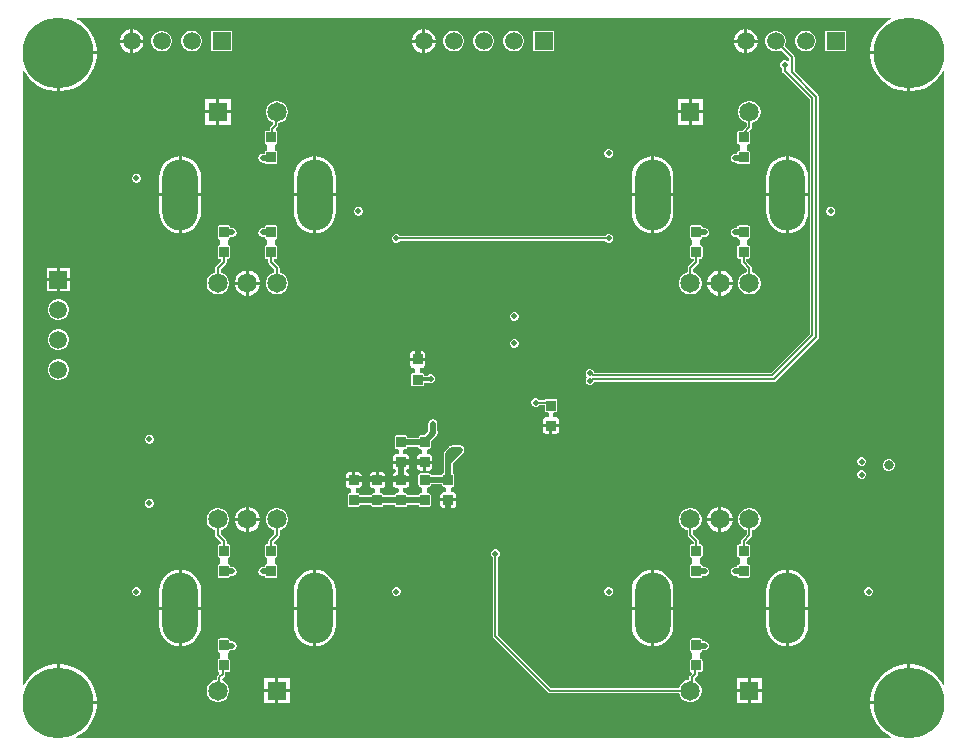
<source format=gbl>
G04*
G04 #@! TF.GenerationSoftware,Altium Limited,Altium Designer,23.4.1 (23)*
G04*
G04 Layer_Physical_Order=4*
G04 Layer_Color=16711680*
%FSLAX44Y44*%
%MOMM*%
G71*
G04*
G04 #@! TF.SameCoordinates,68BC9408-1245-4EE3-B557-EFF58EF5A4C6*
G04*
G04*
G04 #@! TF.FilePolarity,Positive*
G04*
G01*
G75*
%ADD10C,0.2000*%
G04:AMPARAMS|DCode=30|XSize=0.9mm|YSize=0.8mm|CornerRadius=0.06mm|HoleSize=0mm|Usage=FLASHONLY|Rotation=270.000|XOffset=0mm|YOffset=0mm|HoleType=Round|Shape=RoundedRectangle|*
%AMROUNDEDRECTD30*
21,1,0.9000,0.6800,0,0,270.0*
21,1,0.7800,0.8000,0,0,270.0*
1,1,0.1200,-0.3400,-0.3900*
1,1,0.1200,-0.3400,0.3900*
1,1,0.1200,0.3400,0.3900*
1,1,0.1200,0.3400,-0.3900*
%
%ADD30ROUNDEDRECTD30*%
%ADD65C,0.5000*%
%ADD69C,0.3000*%
%ADD71C,1.5000*%
%ADD72R,1.5000X1.5000*%
%ADD73R,1.6500X1.6500*%
%ADD74C,1.6500*%
%ADD75O,3.0000X6.0000*%
%ADD76R,1.5000X1.5000*%
%ADD77C,6.0000*%
%ADD78C,0.5000*%
%ADD79C,0.8000*%
G36*
X644779Y588765D02*
X642945Y587831D01*
X638802Y584820D01*
X635180Y581198D01*
X632169Y577055D01*
X629844Y572491D01*
X628261Y567620D01*
X627460Y562561D01*
Y561270D01*
X660000D01*
Y560000D01*
X661270D01*
Y527460D01*
X662561D01*
X667620Y528261D01*
X672491Y529844D01*
X677055Y532169D01*
X681198Y535180D01*
X684820Y538802D01*
X687831Y542945D01*
X688765Y544779D01*
X690000Y544483D01*
Y510000D01*
Y25517D01*
X688765Y25221D01*
X687831Y27055D01*
X684820Y31198D01*
X681198Y34820D01*
X677055Y37831D01*
X672491Y40156D01*
X667620Y41739D01*
X662561Y42540D01*
X661270D01*
Y10000D01*
X660000D01*
Y8730D01*
X627460D01*
Y7439D01*
X628261Y2380D01*
X629844Y-2491D01*
X632169Y-7055D01*
X635180Y-11198D01*
X638802Y-14820D01*
X642945Y-17831D01*
X644779Y-18765D01*
X644483Y-20000D01*
X-44483D01*
X-44779Y-18765D01*
X-42945Y-17831D01*
X-38802Y-14820D01*
X-35180Y-11198D01*
X-32169Y-7055D01*
X-29844Y-2491D01*
X-28261Y2380D01*
X-27460Y7439D01*
Y8730D01*
X-60000D01*
Y10000D01*
X-61270D01*
Y42540D01*
X-62561D01*
X-67620Y41739D01*
X-72491Y40156D01*
X-77055Y37831D01*
X-81198Y34820D01*
X-84820Y31198D01*
X-87831Y27055D01*
X-88765Y25221D01*
X-90000Y25517D01*
Y544480D01*
X-88765Y544777D01*
X-87832Y542945D01*
X-84821Y538801D01*
X-81200Y535179D01*
X-77056Y532169D01*
X-72492Y529844D01*
X-67621Y528261D01*
X-62562Y527459D01*
X-61271D01*
Y560000D01*
X-60001D01*
Y561269D01*
X-27461D01*
Y562561D01*
X-28262Y567619D01*
X-29845Y572491D01*
X-32170Y577054D01*
X-35181Y581198D01*
X-38803Y584820D01*
X-42946Y587830D01*
X-44781Y588765D01*
X-44485Y590000D01*
X644483D01*
X644779Y588765D01*
D02*
G37*
%LPC*%
G36*
X250522Y580040D02*
X250470D01*
Y571270D01*
X259240D01*
Y571322D01*
X258556Y573875D01*
X257234Y576165D01*
X255365Y578034D01*
X253075Y579356D01*
X250522Y580040D01*
D02*
G37*
G36*
X247930D02*
X247878D01*
X245325Y579356D01*
X243035Y578034D01*
X241166Y576165D01*
X239844Y573875D01*
X239160Y571322D01*
Y571270D01*
X247930D01*
Y580040D01*
D02*
G37*
G36*
X3222Y580040D02*
X3170D01*
Y571270D01*
X11940D01*
Y571322D01*
X11256Y573875D01*
X9934Y576165D01*
X8065Y578034D01*
X5776Y579356D01*
X3222Y580040D01*
D02*
G37*
G36*
X523222D02*
X523170D01*
Y571270D01*
X531940D01*
Y571322D01*
X531256Y573875D01*
X529934Y576165D01*
X528065Y578034D01*
X525776Y579356D01*
X523222Y580040D01*
D02*
G37*
G36*
X520630D02*
X520579D01*
X518025Y579356D01*
X515736Y578034D01*
X513866Y576165D01*
X512545Y573875D01*
X511860Y571322D01*
Y571270D01*
X520630D01*
Y580040D01*
D02*
G37*
G36*
X630D02*
X579D01*
X-1975Y579356D01*
X-4264Y578034D01*
X-6134Y576165D01*
X-7455Y573875D01*
X-8140Y571322D01*
Y571270D01*
X630D01*
Y580040D01*
D02*
G37*
G36*
X359549Y578750D02*
X342049D01*
Y561250D01*
X359549D01*
Y578750D01*
D02*
G37*
G36*
X326551D02*
X324247D01*
X322022Y578154D01*
X320027Y577002D01*
X318398Y575373D01*
X317246Y573378D01*
X316649Y571152D01*
Y568848D01*
X317246Y566623D01*
X318398Y564628D01*
X320027Y562999D01*
X322022Y561847D01*
X324247Y561250D01*
X326551D01*
X328777Y561847D01*
X330772Y562999D01*
X332401Y564628D01*
X333553Y566623D01*
X334149Y568848D01*
Y571152D01*
X333553Y573378D01*
X332401Y575373D01*
X330772Y577002D01*
X328777Y578154D01*
X326551Y578750D01*
D02*
G37*
G36*
X606850Y578750D02*
X589350D01*
Y561250D01*
X606850D01*
Y578750D01*
D02*
G37*
G36*
X573852D02*
X571548D01*
X569322Y578154D01*
X567327Y577002D01*
X565698Y575373D01*
X564546Y573378D01*
X563950Y571152D01*
Y568848D01*
X564546Y566623D01*
X565698Y564627D01*
X567327Y562998D01*
X569322Y561847D01*
X571548Y561250D01*
X573852D01*
X576077Y561847D01*
X578072Y562998D01*
X579701Y564627D01*
X580853Y566623D01*
X581450Y568848D01*
Y571152D01*
X580853Y573378D01*
X579701Y575373D01*
X578072Y577002D01*
X576077Y578154D01*
X573852Y578750D01*
D02*
G37*
G36*
X86850D02*
X69350D01*
Y561250D01*
X86850D01*
Y578750D01*
D02*
G37*
G36*
X53852D02*
X51548D01*
X49322Y578154D01*
X47327Y577002D01*
X45698Y575373D01*
X44546Y573378D01*
X43950Y571152D01*
Y568848D01*
X44546Y566623D01*
X45698Y564627D01*
X47327Y562998D01*
X49322Y561847D01*
X51548Y561250D01*
X53852D01*
X56077Y561847D01*
X58072Y562998D01*
X59701Y564627D01*
X60853Y566623D01*
X61450Y568848D01*
Y571152D01*
X60853Y573378D01*
X59701Y575373D01*
X58072Y577002D01*
X56077Y578154D01*
X53852Y578750D01*
D02*
G37*
G36*
X301152Y578750D02*
X298848D01*
X296623Y578154D01*
X294627Y577002D01*
X292998Y575373D01*
X291846Y573377D01*
X291250Y571152D01*
Y568848D01*
X291846Y566623D01*
X292998Y564627D01*
X294627Y562998D01*
X296623Y561846D01*
X298848Y561250D01*
X301152D01*
X303377Y561846D01*
X305373Y562998D01*
X307002Y564627D01*
X308154Y566623D01*
X308750Y568848D01*
Y571152D01*
X308154Y573377D01*
X307002Y575373D01*
X305373Y577002D01*
X303377Y578154D01*
X301152Y578750D01*
D02*
G37*
G36*
X275752D02*
X273448D01*
X271223Y578154D01*
X269227Y577002D01*
X267598Y575373D01*
X266446Y573377D01*
X265850Y571152D01*
Y568848D01*
X266446Y566623D01*
X267598Y564627D01*
X269227Y562998D01*
X271223Y561846D01*
X273448Y561250D01*
X275752D01*
X277977Y561846D01*
X279973Y562998D01*
X281602Y564627D01*
X282754Y566623D01*
X283350Y568848D01*
Y571152D01*
X282754Y573377D01*
X281602Y575373D01*
X279973Y577002D01*
X277977Y578154D01*
X275752Y578750D01*
D02*
G37*
G36*
X28452Y578750D02*
X26148D01*
X23923Y578153D01*
X21928Y577002D01*
X20299Y575373D01*
X19147Y573377D01*
X18550Y571152D01*
Y568848D01*
X19147Y566622D01*
X20299Y564627D01*
X21928Y562998D01*
X23923Y561846D01*
X26148Y561250D01*
X28452D01*
X30678Y561846D01*
X32673Y562998D01*
X34302Y564627D01*
X35454Y566622D01*
X36050Y568848D01*
Y571152D01*
X35454Y573377D01*
X34302Y575373D01*
X32673Y577002D01*
X30678Y578153D01*
X28452Y578750D01*
D02*
G37*
G36*
X259240Y568730D02*
X250470D01*
Y559960D01*
X250522D01*
X253075Y560644D01*
X255365Y561966D01*
X257234Y563835D01*
X258556Y566125D01*
X259240Y568678D01*
Y568730D01*
D02*
G37*
G36*
X247930D02*
X239160D01*
Y568678D01*
X239844Y566125D01*
X241166Y563835D01*
X243035Y561966D01*
X245325Y560644D01*
X247878Y559960D01*
X247930D01*
Y568730D01*
D02*
G37*
G36*
X531940Y568730D02*
X523170D01*
Y559960D01*
X523222D01*
X525776Y560644D01*
X528065Y561966D01*
X529934Y563835D01*
X531256Y566124D01*
X531940Y568678D01*
Y568730D01*
D02*
G37*
G36*
X520630D02*
X511860D01*
Y568678D01*
X512545Y566124D01*
X513866Y563835D01*
X515736Y561966D01*
X518025Y560644D01*
X520579Y559960D01*
X520630D01*
Y568730D01*
D02*
G37*
G36*
X11940D02*
X3170D01*
Y559960D01*
X3222D01*
X5776Y560644D01*
X8065Y561966D01*
X9934Y563835D01*
X11256Y566124D01*
X11940Y568678D01*
Y568730D01*
D02*
G37*
G36*
X630D02*
X-8140D01*
Y568678D01*
X-7455Y566124D01*
X-6134Y563835D01*
X-4264Y561966D01*
X-1975Y560644D01*
X579Y559960D01*
X630D01*
Y568730D01*
D02*
G37*
G36*
X548452Y578750D02*
X546148D01*
X543923Y578153D01*
X541928Y577002D01*
X540299Y575373D01*
X539147Y573377D01*
X538550Y571152D01*
Y568848D01*
X539147Y566622D01*
X540299Y564627D01*
X541928Y562998D01*
X543923Y561846D01*
X546148Y561250D01*
X548452D01*
X550678Y561846D01*
X551649Y562407D01*
X558706Y555350D01*
Y553393D01*
X557436Y552867D01*
X557124Y553179D01*
X555746Y553750D01*
X554254D01*
X552876Y553179D01*
X551821Y552124D01*
X551250Y550746D01*
Y549254D01*
X551821Y547876D01*
X552706Y546991D01*
Y545000D01*
X552881Y544122D01*
X553378Y543378D01*
X575994Y520762D01*
Y322006D01*
X543219Y289231D01*
X393750D01*
Y289496D01*
X393179Y290874D01*
X392124Y291929D01*
X390746Y292500D01*
X389254D01*
X387876Y291929D01*
X386821Y290874D01*
X386250Y289496D01*
Y288004D01*
X386821Y286626D01*
X387829Y285617D01*
X386812Y284600D01*
X386241Y283222D01*
Y281730D01*
X386812Y280352D01*
X387867Y279297D01*
X389245Y278726D01*
X390737D01*
X392115Y279297D01*
X393170Y280352D01*
X393602Y281393D01*
X545516D01*
X546393Y281568D01*
X547138Y282065D01*
X583160Y318087D01*
X583657Y318831D01*
X583832Y319709D01*
Y523059D01*
X583657Y523936D01*
X583160Y524681D01*
X563294Y544546D01*
Y556300D01*
X563119Y557178D01*
X562622Y557922D01*
X554893Y565651D01*
X555454Y566622D01*
X556050Y568848D01*
Y571152D01*
X555454Y573377D01*
X554302Y575373D01*
X552673Y577002D01*
X550678Y578153D01*
X548452Y578750D01*
D02*
G37*
G36*
X658730Y558730D02*
X627460D01*
Y557439D01*
X628261Y552380D01*
X629844Y547509D01*
X632169Y542945D01*
X635180Y538802D01*
X638802Y535180D01*
X642945Y532169D01*
X647509Y529844D01*
X652380Y528261D01*
X657439Y527460D01*
X658730D01*
Y558730D01*
D02*
G37*
G36*
X-27461Y558730D02*
X-58731D01*
Y527459D01*
X-57440D01*
X-52381Y528261D01*
X-47510Y529844D01*
X-42946Y532169D01*
X-38803Y535179D01*
X-35181Y538801D01*
X-32170Y542945D01*
X-29845Y547509D01*
X-28262Y552380D01*
X-27461Y557439D01*
Y558730D01*
D02*
G37*
G36*
X485790Y520790D02*
X476270D01*
Y511270D01*
X485790D01*
Y520790D01*
D02*
G37*
G36*
X473730D02*
X464210D01*
Y511270D01*
X473730D01*
Y520790D01*
D02*
G37*
G36*
X85790D02*
X76270D01*
Y511270D01*
X85790D01*
Y520790D01*
D02*
G37*
G36*
X73730D02*
X64210D01*
Y511270D01*
X73730D01*
Y520790D01*
D02*
G37*
G36*
X485790Y508730D02*
X476270D01*
Y499210D01*
X485790D01*
Y508730D01*
D02*
G37*
G36*
X473730D02*
X464210D01*
Y499210D01*
X473730D01*
Y508730D01*
D02*
G37*
G36*
X85790D02*
X76270D01*
Y499210D01*
X85790D01*
Y508730D01*
D02*
G37*
G36*
X73730D02*
X64210D01*
Y499210D01*
X73730D01*
Y508730D01*
D02*
G37*
G36*
X406746Y478750D02*
X405254D01*
X403876Y478179D01*
X402821Y477124D01*
X402250Y475746D01*
Y474254D01*
X402821Y472876D01*
X403876Y471821D01*
X405254Y471250D01*
X406746D01*
X408124Y471821D01*
X409179Y472876D01*
X409750Y474254D01*
Y475746D01*
X409179Y477124D01*
X408124Y478179D01*
X406746Y478750D01*
D02*
G37*
G36*
X526251Y519500D02*
X523749D01*
X521333Y518853D01*
X519167Y517602D01*
X517398Y515833D01*
X516147Y513667D01*
X515500Y511251D01*
Y508749D01*
X516147Y506333D01*
X517398Y504167D01*
X519167Y502398D01*
X521333Y501147D01*
X522706Y500780D01*
Y497950D01*
X519042Y494286D01*
X516600D01*
X515878Y494143D01*
X515266Y493734D01*
X514857Y493122D01*
X514714Y492400D01*
Y484600D01*
X514857Y483878D01*
X515266Y483266D01*
X515878Y482857D01*
X516648Y481999D01*
Y477999D01*
X515878Y477143D01*
X515266Y476734D01*
X514857Y476122D01*
X514714Y475400D01*
Y474823D01*
X513000D01*
X512631Y474750D01*
X512254D01*
X511906Y474606D01*
X511537Y474532D01*
X511224Y474323D01*
X510876Y474179D01*
X510610Y473913D01*
X510296Y473704D01*
X510087Y473390D01*
X509821Y473124D01*
X509677Y472776D01*
X509468Y472463D01*
X509394Y472094D01*
X509250Y471746D01*
Y471369D01*
X509177Y471000D01*
X509250Y470631D01*
Y470254D01*
X509394Y469906D01*
X509468Y469537D01*
X509677Y469224D01*
X509821Y468876D01*
X510087Y468610D01*
X510296Y468296D01*
X510610Y468087D01*
X510876Y467821D01*
X511224Y467677D01*
X511537Y467468D01*
X511906Y467394D01*
X512254Y467250D01*
X512631D01*
X513000Y467177D01*
X514798D01*
X514857Y466878D01*
X515266Y466266D01*
X515878Y465857D01*
X516600Y465714D01*
X523400D01*
X524122Y465857D01*
X524734Y466266D01*
X525143Y466878D01*
X525286Y467600D01*
Y475400D01*
X525143Y476122D01*
X524734Y476734D01*
X524122Y477143D01*
X523354Y477999D01*
Y481999D01*
X524122Y482857D01*
X524734Y483266D01*
X525143Y483878D01*
X525286Y484600D01*
Y492400D01*
X525143Y493122D01*
X524832Y493587D01*
X526622Y495378D01*
X527119Y496122D01*
X527294Y497000D01*
Y500780D01*
X528667Y501147D01*
X530833Y502398D01*
X532602Y504167D01*
X533853Y506333D01*
X534500Y508749D01*
Y511251D01*
X533853Y513667D01*
X532602Y515833D01*
X530833Y517602D01*
X528667Y518853D01*
X526251Y519500D01*
D02*
G37*
G36*
X126251D02*
X123749D01*
X121333Y518853D01*
X119167Y517602D01*
X117398Y515833D01*
X116147Y513667D01*
X115500Y511251D01*
Y508749D01*
X116147Y506333D01*
X117398Y504167D01*
X119167Y502398D01*
X121333Y501147D01*
X121456Y501115D01*
Y499700D01*
X119378Y497622D01*
X118881Y496878D01*
X118706Y496000D01*
Y494286D01*
X116600D01*
X115878Y494143D01*
X115266Y493734D01*
X114857Y493122D01*
X114714Y492400D01*
Y484600D01*
X114857Y483878D01*
X115266Y483266D01*
X115878Y482857D01*
X116647Y482000D01*
Y478000D01*
X115878Y477143D01*
X115266Y476734D01*
X114857Y476122D01*
X114714Y475400D01*
Y474823D01*
X113000D01*
X112631Y474750D01*
X112254D01*
X111906Y474606D01*
X111537Y474532D01*
X111224Y474323D01*
X110876Y474179D01*
X110610Y473913D01*
X110296Y473704D01*
X110087Y473390D01*
X109821Y473124D01*
X109677Y472776D01*
X109468Y472463D01*
X109394Y472094D01*
X109250Y471746D01*
Y471369D01*
X109177Y471000D01*
X109250Y470631D01*
Y470254D01*
X109394Y469906D01*
X109468Y469537D01*
X109677Y469224D01*
X109821Y468876D01*
X110087Y468610D01*
X110296Y468296D01*
X110610Y468087D01*
X110876Y467821D01*
X111224Y467677D01*
X111537Y467468D01*
X111906Y467394D01*
X112254Y467250D01*
X112631D01*
X113000Y467177D01*
X114798D01*
X114857Y466878D01*
X115266Y466266D01*
X115878Y465857D01*
X116600Y465714D01*
X123400D01*
X124122Y465857D01*
X124734Y466266D01*
X125143Y466878D01*
X125286Y467600D01*
Y475400D01*
X125143Y476122D01*
X124734Y476734D01*
X124122Y477143D01*
X123353Y478000D01*
Y482000D01*
X124122Y482857D01*
X124734Y483266D01*
X125143Y483878D01*
X125286Y484600D01*
Y492400D01*
X125143Y493122D01*
X124734Y493734D01*
X124122Y494143D01*
X123755Y495510D01*
X125372Y497128D01*
X125870Y497872D01*
X126044Y498750D01*
Y500500D01*
X126251D01*
X128667Y501147D01*
X130833Y502398D01*
X132602Y504167D01*
X133853Y506333D01*
X134500Y508749D01*
Y511251D01*
X133853Y513667D01*
X132602Y515833D01*
X130833Y517602D01*
X128667Y518853D01*
X126251Y519500D01*
D02*
G37*
G36*
X6746Y457750D02*
X5254D01*
X3876Y457179D01*
X2821Y456124D01*
X2250Y454746D01*
Y453254D01*
X2821Y451876D01*
X3876Y450821D01*
X5254Y450250D01*
X6746D01*
X8124Y450821D01*
X9179Y451876D01*
X9750Y453254D01*
Y454746D01*
X9179Y456124D01*
X8124Y457179D01*
X6746Y457750D01*
D02*
G37*
G36*
X158270Y472500D02*
Y441270D01*
X174625D01*
Y455000D01*
X174286Y458438D01*
X173283Y461745D01*
X171654Y464792D01*
X169463Y467463D01*
X166792Y469655D01*
X163745Y471283D01*
X160438Y472286D01*
X158270Y472500D01*
D02*
G37*
G36*
X44270D02*
Y441270D01*
X60625D01*
Y455000D01*
X60286Y458438D01*
X59283Y461745D01*
X57655Y464792D01*
X55463Y467463D01*
X52792Y469655D01*
X49745Y471283D01*
X46438Y472286D01*
X44270Y472500D01*
D02*
G37*
G36*
X41730D02*
X39562Y472286D01*
X36255Y471283D01*
X33208Y469655D01*
X30537Y467463D01*
X28345Y464792D01*
X26717Y461745D01*
X25714Y458438D01*
X25375Y455000D01*
Y441270D01*
X41730D01*
Y472500D01*
D02*
G37*
G36*
X155730D02*
X153561Y472286D01*
X150255Y471283D01*
X147208Y469655D01*
X144537Y467463D01*
X142346Y464792D01*
X140717Y461745D01*
X139714Y458438D01*
X139375Y455000D01*
Y441270D01*
X155730D01*
Y472500D01*
D02*
G37*
G36*
X558270D02*
Y441270D01*
X574625D01*
Y455000D01*
X574286Y458438D01*
X573283Y461745D01*
X571655Y464792D01*
X569463Y467463D01*
X566792Y469655D01*
X563745Y471283D01*
X560438Y472286D01*
X558270Y472500D01*
D02*
G37*
G36*
X444270D02*
Y441270D01*
X460625D01*
Y455000D01*
X460286Y458438D01*
X459283Y461745D01*
X457654Y464792D01*
X455463Y467463D01*
X452792Y469655D01*
X449745Y471283D01*
X446438Y472286D01*
X444270Y472500D01*
D02*
G37*
G36*
X555730Y472500D02*
X553562Y472286D01*
X550255Y471283D01*
X547208Y469655D01*
X544537Y467463D01*
X542345Y464792D01*
X540717Y461745D01*
X539714Y458438D01*
X539375Y455000D01*
Y441270D01*
X555730D01*
Y472500D01*
D02*
G37*
G36*
X441730D02*
X439562Y472286D01*
X436255Y471283D01*
X433208Y469655D01*
X430537Y467463D01*
X428345Y464792D01*
X426717Y461745D01*
X425714Y458438D01*
X425375Y455000D01*
Y441270D01*
X441730D01*
Y472500D01*
D02*
G37*
G36*
X594746Y429750D02*
X593254D01*
X591876Y429179D01*
X590821Y428124D01*
X590250Y426746D01*
Y425254D01*
X590821Y423876D01*
X591876Y422821D01*
X593254Y422250D01*
X594746D01*
X596124Y422821D01*
X597179Y423876D01*
X597750Y425254D01*
Y426746D01*
X597179Y428124D01*
X596124Y429179D01*
X594746Y429750D01*
D02*
G37*
G36*
X194746D02*
X193254D01*
X191876Y429179D01*
X190821Y428124D01*
X190250Y426746D01*
Y425254D01*
X190821Y423876D01*
X191876Y422821D01*
X193254Y422250D01*
X194746D01*
X196124Y422821D01*
X197179Y423876D01*
X197750Y425254D01*
Y426746D01*
X197179Y428124D01*
X196124Y429179D01*
X194746Y429750D01*
D02*
G37*
G36*
X460625Y438730D02*
X444270D01*
Y407500D01*
X446438Y407714D01*
X449745Y408717D01*
X452792Y410345D01*
X455463Y412537D01*
X457654Y415208D01*
X459283Y418255D01*
X460286Y421562D01*
X460625Y425000D01*
Y438730D01*
D02*
G37*
G36*
X574625D02*
X558270D01*
Y407500D01*
X560438Y407714D01*
X563745Y408717D01*
X566792Y410345D01*
X569463Y412537D01*
X571655Y415208D01*
X573283Y418255D01*
X574286Y421562D01*
X574625Y425000D01*
Y438730D01*
D02*
G37*
G36*
X174625Y438730D02*
X158270D01*
Y407500D01*
X160438Y407714D01*
X163745Y408717D01*
X166792Y410345D01*
X169463Y412537D01*
X171654Y415208D01*
X173283Y418255D01*
X174286Y421562D01*
X174625Y425000D01*
Y438730D01*
D02*
G37*
G36*
X60625D02*
X44270D01*
Y407500D01*
X46438Y407714D01*
X49745Y408717D01*
X52792Y410345D01*
X55463Y412537D01*
X57655Y415208D01*
X59283Y418255D01*
X60286Y421562D01*
X60625Y425000D01*
Y438730D01*
D02*
G37*
G36*
X41730D02*
X25375D01*
Y425000D01*
X25714Y421562D01*
X26717Y418255D01*
X28345Y415208D01*
X30537Y412537D01*
X33208Y410345D01*
X36255Y408717D01*
X39562Y407714D01*
X41730Y407500D01*
Y438730D01*
D02*
G37*
G36*
X155730D02*
X139375D01*
Y425000D01*
X139714Y421562D01*
X140717Y418255D01*
X142346Y415208D01*
X144537Y412537D01*
X147208Y410345D01*
X150255Y408717D01*
X153561Y407714D01*
X155730Y407500D01*
Y438730D01*
D02*
G37*
G36*
X555730Y438730D02*
X539375D01*
Y425000D01*
X539714Y421562D01*
X540717Y418255D01*
X542345Y415208D01*
X544537Y412537D01*
X547208Y410345D01*
X550255Y408717D01*
X553562Y407714D01*
X555730Y407500D01*
Y438730D01*
D02*
G37*
G36*
X441730D02*
X425375D01*
Y425000D01*
X425714Y421562D01*
X426717Y418255D01*
X428345Y415208D01*
X430537Y412537D01*
X433208Y410345D01*
X436255Y408717D01*
X439562Y407714D01*
X441730Y407500D01*
Y438730D01*
D02*
G37*
G36*
X406746Y406750D02*
X405254D01*
X403876Y406179D01*
X402991Y405294D01*
X229009D01*
X228124Y406179D01*
X226746Y406750D01*
X225254D01*
X223876Y406179D01*
X222821Y405124D01*
X222250Y403746D01*
Y402254D01*
X222821Y400876D01*
X223876Y399821D01*
X225254Y399250D01*
X226746D01*
X228124Y399821D01*
X229009Y400706D01*
X402991D01*
X403876Y399821D01*
X405254Y399250D01*
X406746D01*
X408124Y399821D01*
X409179Y400876D01*
X409750Y402254D01*
Y403746D01*
X409179Y405124D01*
X408124Y406179D01*
X406746Y406750D01*
D02*
G37*
G36*
X-49960Y378140D02*
X-58730D01*
Y369370D01*
X-49960D01*
Y378140D01*
D02*
G37*
G36*
X-61270D02*
X-70040D01*
Y369370D01*
X-61270D01*
Y378140D01*
D02*
G37*
G36*
X501421Y375790D02*
X501270D01*
Y366270D01*
X510790D01*
Y366421D01*
X510055Y369165D01*
X508634Y371625D01*
X506625Y373634D01*
X504165Y375055D01*
X501421Y375790D01*
D02*
G37*
G36*
X498730D02*
X498579D01*
X495835Y375055D01*
X493375Y373634D01*
X491366Y371625D01*
X489945Y369165D01*
X489210Y366421D01*
Y366270D01*
X498730D01*
Y375790D01*
D02*
G37*
G36*
X101420D02*
X101270D01*
Y366270D01*
X110790D01*
Y366421D01*
X110055Y369165D01*
X108634Y371625D01*
X106625Y373634D01*
X104165Y375055D01*
X101420Y375790D01*
D02*
G37*
G36*
X98730D02*
X98580D01*
X95835Y375055D01*
X93375Y373634D01*
X91366Y371625D01*
X89945Y369165D01*
X89210Y366421D01*
Y366270D01*
X98730D01*
Y375790D01*
D02*
G37*
G36*
X-49960Y366830D02*
X-58730D01*
Y358060D01*
X-49960D01*
Y366830D01*
D02*
G37*
G36*
X-61270D02*
X-70040D01*
Y358060D01*
X-61270D01*
Y366830D01*
D02*
G37*
G36*
X523400Y414286D02*
X516600D01*
X515878Y414143D01*
X515266Y413734D01*
X514857Y413122D01*
X514714Y412400D01*
Y411824D01*
X513000D01*
X512631Y411750D01*
X512254D01*
X511906Y411606D01*
X511537Y411532D01*
X511224Y411323D01*
X510876Y411179D01*
X510610Y410913D01*
X510296Y410704D01*
X510087Y410390D01*
X509821Y410124D01*
X509677Y409776D01*
X509468Y409463D01*
X509394Y409094D01*
X509250Y408746D01*
Y408369D01*
X509177Y408000D01*
X509250Y407631D01*
Y407254D01*
X509394Y406906D01*
X509468Y406537D01*
X509677Y406224D01*
X509821Y405876D01*
X510087Y405610D01*
X510296Y405296D01*
X510610Y405087D01*
X510876Y404821D01*
X511224Y404677D01*
X511537Y404468D01*
X511906Y404394D01*
X512254Y404250D01*
X512631D01*
X513000Y404176D01*
X514798D01*
X514857Y403878D01*
X515266Y403266D01*
X515878Y402857D01*
X516647Y402001D01*
Y398002D01*
X515878Y397143D01*
X515266Y396734D01*
X514857Y396122D01*
X514714Y395400D01*
Y387600D01*
X514857Y386878D01*
X515266Y386266D01*
X515878Y385857D01*
X516600Y385714D01*
X517706D01*
Y383000D01*
X517881Y382122D01*
X518378Y381378D01*
X522706Y377050D01*
Y374220D01*
X521333Y373853D01*
X519167Y372602D01*
X517398Y370833D01*
X516147Y368667D01*
X515500Y366251D01*
Y363749D01*
X516147Y361333D01*
X517398Y359167D01*
X519167Y357398D01*
X521333Y356147D01*
X523749Y355500D01*
X526251D01*
X528667Y356147D01*
X530833Y357398D01*
X532602Y359167D01*
X533853Y361333D01*
X534500Y363749D01*
Y366251D01*
X533853Y368667D01*
X532602Y370833D01*
X530833Y372602D01*
X528667Y373853D01*
X527294Y374220D01*
Y378000D01*
X527119Y378878D01*
X526622Y379622D01*
X522294Y383950D01*
Y385714D01*
X523400D01*
X524122Y385857D01*
X524734Y386266D01*
X525143Y386878D01*
X525286Y387600D01*
Y395400D01*
X525143Y396122D01*
X524734Y396734D01*
X524122Y397143D01*
X523353Y398002D01*
Y402001D01*
X524122Y402857D01*
X524734Y403266D01*
X525143Y403878D01*
X525286Y404600D01*
Y412400D01*
X525143Y413122D01*
X524734Y413734D01*
X524122Y414143D01*
X523400Y414286D01*
D02*
G37*
G36*
X483400D02*
X476600D01*
X475878Y414143D01*
X475266Y413734D01*
X474857Y413122D01*
X474714Y412400D01*
Y404600D01*
X474857Y403878D01*
X475266Y403266D01*
X475878Y402857D01*
X476647Y401999D01*
Y397999D01*
X475878Y397143D01*
X475266Y396734D01*
X474857Y396122D01*
X474714Y395400D01*
Y387600D01*
X474857Y386878D01*
X475266Y386266D01*
X475878Y385857D01*
X476600Y385714D01*
X477706D01*
Y383950D01*
X473378Y379622D01*
X472881Y378878D01*
X472706Y378000D01*
Y374220D01*
X471333Y373853D01*
X469167Y372602D01*
X467398Y370833D01*
X466147Y368667D01*
X465500Y366251D01*
Y363749D01*
X466147Y361333D01*
X467398Y359167D01*
X469167Y357398D01*
X471333Y356147D01*
X473749Y355500D01*
X476251D01*
X478667Y356147D01*
X480833Y357398D01*
X482602Y359167D01*
X483853Y361333D01*
X484500Y363749D01*
Y366251D01*
X483853Y368667D01*
X482602Y370833D01*
X480833Y372602D01*
X478667Y373853D01*
X477294Y374220D01*
Y377050D01*
X481622Y381378D01*
X482119Y382122D01*
X482294Y383000D01*
Y385714D01*
X483400D01*
X484122Y385857D01*
X484734Y386266D01*
X485143Y386878D01*
X485286Y387600D01*
Y395400D01*
X485143Y396122D01*
X484734Y396734D01*
X484122Y397143D01*
X483353Y397999D01*
Y401999D01*
X484122Y402857D01*
X484734Y403266D01*
X485143Y403878D01*
X485202Y404176D01*
X487000D01*
X487369Y404250D01*
X487746D01*
X488094Y404394D01*
X488463Y404468D01*
X488776Y404677D01*
X489124Y404821D01*
X489390Y405087D01*
X489704Y405296D01*
X489913Y405610D01*
X490179Y405876D01*
X490323Y406224D01*
X490532Y406537D01*
X490606Y406906D01*
X490750Y407254D01*
Y407631D01*
X490824Y408000D01*
X490750Y408369D01*
Y408746D01*
X490606Y409094D01*
X490532Y409463D01*
X490323Y409776D01*
X490179Y410124D01*
X489913Y410390D01*
X489704Y410704D01*
X489390Y410913D01*
X489124Y411179D01*
X488776Y411323D01*
X488463Y411532D01*
X488094Y411606D01*
X487746Y411750D01*
X487369D01*
X487000Y411824D01*
X485286D01*
Y412400D01*
X485143Y413122D01*
X484734Y413734D01*
X484122Y414143D01*
X483400Y414286D01*
D02*
G37*
G36*
X123400D02*
X116600D01*
X115878Y414143D01*
X115266Y413734D01*
X114857Y413122D01*
X114714Y412400D01*
Y411824D01*
X113000D01*
X112631Y411750D01*
X112254D01*
X111906Y411606D01*
X111537Y411532D01*
X111224Y411323D01*
X110876Y411179D01*
X110610Y410913D01*
X110296Y410704D01*
X110087Y410390D01*
X109821Y410124D01*
X109677Y409776D01*
X109468Y409463D01*
X109394Y409094D01*
X109250Y408746D01*
Y408369D01*
X109177Y408000D01*
X109250Y407631D01*
Y407254D01*
X109394Y406906D01*
X109468Y406537D01*
X109677Y406224D01*
X109821Y405876D01*
X110087Y405610D01*
X110296Y405296D01*
X110610Y405087D01*
X110876Y404821D01*
X111224Y404677D01*
X111537Y404468D01*
X111906Y404394D01*
X112254Y404250D01*
X112631D01*
X113000Y404176D01*
X114798D01*
X114857Y403878D01*
X115266Y403266D01*
X115878Y402857D01*
X116647Y402001D01*
Y398001D01*
X115878Y397143D01*
X115266Y396734D01*
X114857Y396122D01*
X114714Y395400D01*
Y387600D01*
X114857Y386878D01*
X115266Y386266D01*
X115878Y385857D01*
X116600Y385714D01*
X117706D01*
Y383000D01*
X117881Y382122D01*
X118378Y381378D01*
X122706Y377050D01*
Y374220D01*
X121333Y373853D01*
X119167Y372602D01*
X117398Y370833D01*
X116147Y368667D01*
X115500Y366251D01*
Y363749D01*
X116147Y361333D01*
X117398Y359167D01*
X119167Y357398D01*
X121333Y356147D01*
X123749Y355500D01*
X126251D01*
X128667Y356147D01*
X130833Y357398D01*
X132602Y359167D01*
X133853Y361333D01*
X134500Y363749D01*
Y366251D01*
X133853Y368667D01*
X132602Y370833D01*
X130833Y372602D01*
X128667Y373853D01*
X127294Y374220D01*
Y378000D01*
X127120Y378878D01*
X126622Y379622D01*
X122294Y383950D01*
Y385714D01*
X123400D01*
X124122Y385857D01*
X124734Y386266D01*
X125143Y386878D01*
X125286Y387600D01*
Y395400D01*
X125143Y396122D01*
X124734Y396734D01*
X124122Y397143D01*
X123353Y398001D01*
Y402001D01*
X124122Y402857D01*
X124734Y403266D01*
X125143Y403878D01*
X125286Y404600D01*
Y412400D01*
X125143Y413122D01*
X124734Y413734D01*
X124122Y414143D01*
X123400Y414286D01*
D02*
G37*
G36*
X83400D02*
X76600D01*
X75878Y414143D01*
X75266Y413734D01*
X74857Y413122D01*
X74714Y412400D01*
Y404600D01*
X74857Y403878D01*
X75266Y403266D01*
X75878Y402857D01*
X76647Y402002D01*
Y398002D01*
X75878Y397143D01*
X75266Y396734D01*
X74857Y396122D01*
X74714Y395400D01*
Y387600D01*
X74857Y386878D01*
X75266Y386266D01*
X75878Y385857D01*
X76600Y385714D01*
X77706D01*
Y383950D01*
X73378Y379622D01*
X72881Y378878D01*
X72706Y378000D01*
Y374220D01*
X71333Y373853D01*
X69167Y372602D01*
X67398Y370833D01*
X66147Y368667D01*
X65500Y366251D01*
Y363749D01*
X66147Y361333D01*
X67398Y359167D01*
X69167Y357398D01*
X71333Y356147D01*
X73749Y355500D01*
X76251D01*
X78667Y356147D01*
X80833Y357398D01*
X82602Y359167D01*
X83853Y361333D01*
X84500Y363749D01*
Y366251D01*
X83853Y368667D01*
X82602Y370833D01*
X80833Y372602D01*
X78667Y373853D01*
X77294Y374220D01*
Y377050D01*
X81622Y381378D01*
X82119Y382122D01*
X82294Y383000D01*
Y385714D01*
X83400D01*
X84122Y385857D01*
X84734Y386266D01*
X85143Y386878D01*
X85286Y387600D01*
Y395400D01*
X85143Y396122D01*
X84734Y396734D01*
X84122Y397143D01*
X83353Y398002D01*
Y402002D01*
X84122Y402857D01*
X84734Y403266D01*
X85143Y403878D01*
X85202Y404176D01*
X87000D01*
X87369Y404250D01*
X87746D01*
X88094Y404394D01*
X88463Y404468D01*
X88776Y404677D01*
X89124Y404821D01*
X89390Y405087D01*
X89704Y405296D01*
X89913Y405610D01*
X90179Y405876D01*
X90323Y406224D01*
X90532Y406537D01*
X90606Y406906D01*
X90750Y407254D01*
Y407631D01*
X90823Y408000D01*
X90750Y408369D01*
Y408746D01*
X90606Y409094D01*
X90532Y409463D01*
X90323Y409776D01*
X90179Y410124D01*
X89913Y410390D01*
X89704Y410704D01*
X89390Y410913D01*
X89124Y411179D01*
X88776Y411323D01*
X88463Y411532D01*
X88094Y411606D01*
X87746Y411750D01*
X87369D01*
X87000Y411824D01*
X85286D01*
Y412400D01*
X85143Y413122D01*
X84734Y413734D01*
X84122Y414143D01*
X83400Y414286D01*
D02*
G37*
G36*
X510790Y363730D02*
X501270D01*
Y354210D01*
X501421D01*
X504165Y354945D01*
X506625Y356366D01*
X508634Y358375D01*
X510055Y360835D01*
X510790Y363579D01*
Y363730D01*
D02*
G37*
G36*
X498730D02*
X489210D01*
Y363579D01*
X489945Y360835D01*
X491366Y358375D01*
X493375Y356366D01*
X495835Y354945D01*
X498579Y354210D01*
X498730D01*
Y363730D01*
D02*
G37*
G36*
X110790D02*
X101270D01*
Y354210D01*
X101420D01*
X104165Y354945D01*
X106625Y356366D01*
X108634Y358375D01*
X110055Y360835D01*
X110790Y363579D01*
Y363730D01*
D02*
G37*
G36*
X98730D02*
X89210D01*
Y363579D01*
X89945Y360835D01*
X91366Y358375D01*
X93375Y356366D01*
X95835Y354945D01*
X98580Y354210D01*
X98730D01*
Y363730D01*
D02*
G37*
G36*
X-58848Y351450D02*
X-61152D01*
X-63378Y350853D01*
X-65373Y349701D01*
X-67002Y348072D01*
X-68154Y346077D01*
X-68750Y343852D01*
Y341548D01*
X-68154Y339322D01*
X-67002Y337327D01*
X-65373Y335698D01*
X-63378Y334546D01*
X-61152Y333950D01*
X-58848D01*
X-56623Y334546D01*
X-54628Y335698D01*
X-52998Y337327D01*
X-51846Y339322D01*
X-51250Y341548D01*
Y343852D01*
X-51846Y346077D01*
X-52998Y348072D01*
X-54628Y349701D01*
X-56623Y350853D01*
X-58848Y351450D01*
D02*
G37*
G36*
X326746Y340750D02*
X325254D01*
X323876Y340179D01*
X322821Y339124D01*
X322250Y337746D01*
Y336254D01*
X322821Y334876D01*
X323876Y333821D01*
X325254Y333250D01*
X326746D01*
X328124Y333821D01*
X329179Y334876D01*
X329750Y336254D01*
Y337746D01*
X329179Y339124D01*
X328124Y340179D01*
X326746Y340750D01*
D02*
G37*
G36*
Y317750D02*
X325254D01*
X323876Y317179D01*
X322821Y316124D01*
X322250Y314746D01*
Y313254D01*
X322821Y311876D01*
X323876Y310821D01*
X325254Y310250D01*
X326746D01*
X328124Y310821D01*
X329179Y311876D01*
X329750Y313254D01*
Y314746D01*
X329179Y316124D01*
X328124Y317179D01*
X326746Y317750D01*
D02*
G37*
G36*
X-58848Y326050D02*
X-61152D01*
X-63377Y325454D01*
X-65373Y324302D01*
X-67002Y322673D01*
X-68154Y320678D01*
X-68750Y318452D01*
Y316148D01*
X-68154Y313923D01*
X-67002Y311928D01*
X-65373Y310299D01*
X-63377Y309147D01*
X-61152Y308550D01*
X-58848D01*
X-56622Y309147D01*
X-54627Y310299D01*
X-52998Y311928D01*
X-51846Y313923D01*
X-51250Y316148D01*
Y318452D01*
X-51846Y320678D01*
X-52998Y322673D01*
X-54627Y324302D01*
X-56622Y325454D01*
X-58848Y326050D01*
D02*
G37*
G36*
X247400Y307602D02*
X245270D01*
Y301770D01*
X250602D01*
Y304400D01*
X250358Y305625D01*
X249664Y306664D01*
X248625Y307358D01*
X247400Y307602D01*
D02*
G37*
G36*
X242730D02*
X240600D01*
X239375Y307358D01*
X238336Y306664D01*
X237642Y305625D01*
X237398Y304400D01*
Y301770D01*
X242730D01*
Y307602D01*
D02*
G37*
G36*
X-58848Y300650D02*
X-61152D01*
X-63377Y300054D01*
X-65373Y298902D01*
X-67002Y297273D01*
X-68154Y295278D01*
X-68750Y293052D01*
Y290748D01*
X-68154Y288523D01*
X-67002Y286528D01*
X-65373Y284899D01*
X-63377Y283747D01*
X-61152Y283150D01*
X-58848D01*
X-56622Y283747D01*
X-54627Y284899D01*
X-52998Y286528D01*
X-51846Y288523D01*
X-51250Y290748D01*
Y293052D01*
X-51846Y295278D01*
X-52998Y297273D01*
X-54627Y298902D01*
X-56622Y300054D01*
X-58848Y300650D01*
D02*
G37*
G36*
X250602Y299230D02*
X244000D01*
X237398D01*
Y296600D01*
X237642Y295375D01*
X238336Y294336D01*
X239375Y293642D01*
X240600Y293398D01*
X241102D01*
X242000Y292500D01*
X242000Y290000D01*
X241026Y289286D01*
X240600D01*
X239878Y289143D01*
X239266Y288734D01*
X238857Y288122D01*
X238714Y287400D01*
Y279600D01*
X238857Y278878D01*
X239266Y278266D01*
X239878Y277857D01*
X240600Y277714D01*
X247400D01*
X248122Y277857D01*
X248734Y278266D01*
X249143Y278878D01*
X249286Y279600D01*
Y280946D01*
X252751D01*
X252876Y280821D01*
X254254Y280250D01*
X255746D01*
X257124Y280821D01*
X258179Y281876D01*
X258750Y283254D01*
Y284746D01*
X258179Y286124D01*
X257124Y287179D01*
X255746Y287750D01*
X254254D01*
X252876Y287179D01*
X252251Y286554D01*
X249286D01*
Y287400D01*
X249143Y288122D01*
X248734Y288734D01*
X248122Y289143D01*
X247400Y289286D01*
X246974D01*
X246000Y290000D01*
X246000Y290556D01*
Y293398D01*
X247400D01*
X248625Y293642D01*
X249664Y294336D01*
X250358Y295375D01*
X250602Y296600D01*
Y299230D01*
D02*
G37*
G36*
X344746Y267750D02*
X343254D01*
X341876Y267179D01*
X340821Y266124D01*
X340250Y264746D01*
Y263254D01*
X340821Y261876D01*
X341876Y260821D01*
X343254Y260250D01*
X344746D01*
X346124Y260821D01*
X347009Y261706D01*
X351714D01*
Y257600D01*
X351857Y256878D01*
X352266Y256266D01*
X352878Y255857D01*
X353600Y255714D01*
X354026D01*
X355000Y255000D01*
X355000Y254444D01*
Y251602D01*
X353600D01*
X352375Y251358D01*
X351336Y250664D01*
X350642Y249625D01*
X350398Y248400D01*
Y245770D01*
X357000D01*
X363601D01*
Y248400D01*
X363358Y249625D01*
X362664Y250664D01*
X361625Y251358D01*
X360400Y251602D01*
X359898D01*
X359000Y252500D01*
X359000Y255000D01*
X359974Y255714D01*
X360400D01*
X361122Y255857D01*
X361734Y256266D01*
X362143Y256878D01*
X362286Y257600D01*
Y265400D01*
X362143Y266122D01*
X361734Y266734D01*
X361122Y267143D01*
X360400Y267286D01*
X353600D01*
X352878Y267143D01*
X352266Y266734D01*
X351972Y266294D01*
X347009D01*
X346124Y267179D01*
X344746Y267750D01*
D02*
G37*
G36*
X363601Y243230D02*
X358270D01*
Y237398D01*
X360400D01*
X361625Y237642D01*
X362664Y238336D01*
X363358Y239375D01*
X363601Y240600D01*
Y243230D01*
D02*
G37*
G36*
X355730D02*
X350398D01*
Y240600D01*
X350642Y239375D01*
X351336Y238336D01*
X352375Y237642D01*
X353600Y237398D01*
X355730D01*
Y243230D01*
D02*
G37*
G36*
X257000Y249823D02*
X256631Y249750D01*
X256254D01*
X255906Y249606D01*
X255537Y249532D01*
X255224Y249323D01*
X254876Y249179D01*
X254610Y248913D01*
X254296Y248704D01*
X254087Y248390D01*
X253821Y248124D01*
X253677Y247776D01*
X253468Y247463D01*
X253394Y247094D01*
X253250Y246746D01*
Y246369D01*
X253176Y246000D01*
Y239626D01*
X253183Y239591D01*
X249879Y236286D01*
X246600D01*
X245878Y236143D01*
X245266Y235734D01*
X244857Y235122D01*
X244714Y234400D01*
Y234324D01*
X235286D01*
Y234400D01*
X235143Y235122D01*
X234734Y235734D01*
X234122Y236143D01*
X233400Y236286D01*
X226600D01*
X225878Y236143D01*
X225266Y235734D01*
X224857Y235122D01*
X224714Y234400D01*
Y226600D01*
X224857Y225878D01*
X225266Y225266D01*
X225878Y224857D01*
X226600Y224714D01*
X227026D01*
X228000Y224000D01*
X228000Y223444D01*
Y220602D01*
X226600D01*
X225375Y220358D01*
X224336Y219664D01*
X223642Y218625D01*
X223398Y217400D01*
Y214770D01*
X230000D01*
X236602D01*
Y217400D01*
X236358Y218625D01*
X235664Y219664D01*
X234625Y220358D01*
X233400Y220602D01*
X232898D01*
X232000Y221500D01*
X232000Y224000D01*
X232974Y224714D01*
X233400D01*
X234122Y224857D01*
X234734Y225266D01*
X235143Y225878D01*
X235286Y226600D01*
Y226677D01*
X244714D01*
Y226600D01*
X244857Y225878D01*
X245266Y225266D01*
X245878Y224857D01*
X246600Y224714D01*
X247026D01*
X248000Y224000D01*
X248000Y223444D01*
Y220602D01*
X246600D01*
X245375Y220358D01*
X244336Y219664D01*
X243642Y218625D01*
X243398Y217400D01*
Y214770D01*
X250000D01*
X256602D01*
Y217400D01*
X256358Y218625D01*
X255664Y219664D01*
X254625Y220358D01*
X253400Y220602D01*
X252898D01*
X252000Y221500D01*
X252000Y224000D01*
X252974Y224714D01*
X253400D01*
X254122Y224857D01*
X254734Y225266D01*
X255143Y225878D01*
X255286Y226600D01*
Y230879D01*
X259866Y235459D01*
X260695Y236699D01*
X260986Y238162D01*
Y239463D01*
X260912Y239833D01*
Y240209D01*
X260823Y240424D01*
Y246000D01*
X260750Y246369D01*
Y246746D01*
X260606Y247094D01*
X260532Y247463D01*
X260323Y247776D01*
X260179Y248124D01*
X259913Y248390D01*
X259704Y248704D01*
X259390Y248913D01*
X259124Y249179D01*
X258776Y249323D01*
X258463Y249532D01*
X258094Y249606D01*
X257746Y249750D01*
X257369D01*
X257000Y249823D01*
D02*
G37*
G36*
X17746Y236750D02*
X16254D01*
X14876Y236179D01*
X13821Y235124D01*
X13250Y233746D01*
Y232254D01*
X13821Y230876D01*
X14876Y229821D01*
X16254Y229250D01*
X17746D01*
X19124Y229821D01*
X20179Y230876D01*
X20750Y232254D01*
Y233746D01*
X20179Y235124D01*
X19124Y236179D01*
X17746Y236750D01*
D02*
G37*
G36*
X620746Y217750D02*
X619254D01*
X617876Y217179D01*
X616821Y216124D01*
X616250Y214746D01*
Y213254D01*
X616821Y211876D01*
X617876Y210821D01*
X619254Y210250D01*
X620746D01*
X622124Y210821D01*
X623179Y211876D01*
X623750Y213254D01*
Y214746D01*
X623179Y216124D01*
X622124Y217179D01*
X620746Y217750D01*
D02*
G37*
G36*
X256602Y212230D02*
X251270D01*
Y206399D01*
X253400D01*
X254625Y206642D01*
X255664Y207336D01*
X256358Y208375D01*
X256602Y209600D01*
Y212230D01*
D02*
G37*
G36*
X248730D02*
X243398D01*
Y209600D01*
X243642Y208375D01*
X244336Y207336D01*
X245375Y206642D01*
X246600Y206399D01*
X248730D01*
Y212230D01*
D02*
G37*
G36*
X644044Y216250D02*
X641956D01*
X640026Y215451D01*
X638549Y213974D01*
X637750Y212044D01*
Y209956D01*
X638549Y208026D01*
X640026Y206549D01*
X641956Y205750D01*
X644044D01*
X645974Y206549D01*
X647451Y208026D01*
X648250Y209956D01*
Y212044D01*
X647451Y213974D01*
X645974Y215451D01*
X644044Y216250D01*
D02*
G37*
G36*
X280000Y227824D02*
X273459D01*
X271996Y227532D01*
X271297Y227065D01*
X271167Y227012D01*
X271068Y226913D01*
X270755Y226704D01*
X267252Y223200D01*
X266423Y221960D01*
X266132Y220497D01*
Y214041D01*
X266176Y213817D01*
Y204202D01*
X265878Y204143D01*
X265266Y203734D01*
X264857Y203122D01*
X264714Y202400D01*
Y202323D01*
X255286D01*
Y202400D01*
X255143Y203122D01*
X254734Y203734D01*
X254122Y204143D01*
X253400Y204286D01*
X246600D01*
X245878Y204143D01*
X245266Y203734D01*
X244857Y203122D01*
X244714Y202400D01*
Y194600D01*
X244857Y193878D01*
X245266Y193266D01*
X245878Y192857D01*
X246600Y192714D01*
X247026D01*
X248000Y192000D01*
X248000Y191444D01*
X248000Y188000D01*
X247026Y187286D01*
X246600D01*
X245878Y187143D01*
X245266Y186734D01*
X244857Y186122D01*
X244714Y185400D01*
Y185324D01*
X235286D01*
Y185400D01*
X235143Y186122D01*
X234734Y186734D01*
X234122Y187143D01*
X233400Y187286D01*
X232974D01*
X232000Y188000D01*
X232000Y188556D01*
Y191399D01*
X233400D01*
X234625Y191642D01*
X235664Y192336D01*
X236358Y193375D01*
X236602Y194600D01*
Y197230D01*
X230000D01*
X223398D01*
Y194600D01*
X223642Y193375D01*
X224336Y192336D01*
X225375Y191642D01*
X226600Y191399D01*
X227102D01*
X228000Y190500D01*
X228000Y188000D01*
X227026Y187286D01*
X226600D01*
X225878Y187143D01*
X225266Y186734D01*
X224857Y186122D01*
X224714Y185400D01*
Y185324D01*
X215286D01*
Y185400D01*
X215143Y186122D01*
X214734Y186734D01*
X214122Y187143D01*
X213400Y187286D01*
X212974D01*
X212000Y188000D01*
X212000Y188556D01*
Y191399D01*
X213400D01*
X214625Y191642D01*
X215664Y192336D01*
X216358Y193375D01*
X216602Y194600D01*
Y197230D01*
X210000D01*
X203398D01*
Y194600D01*
X203642Y193375D01*
X204336Y192336D01*
X205375Y191642D01*
X206600Y191399D01*
X207102D01*
X208000Y190500D01*
X208000Y188000D01*
X207026Y187286D01*
X206600D01*
X205878Y187143D01*
X205266Y186734D01*
X204857Y186122D01*
X204714Y185400D01*
Y185324D01*
X195286D01*
Y185400D01*
X195143Y186122D01*
X194734Y186734D01*
X194122Y187143D01*
X193400Y187286D01*
X192974D01*
X192000Y188000D01*
X192000Y188556D01*
Y191399D01*
X193400D01*
X194625Y191642D01*
X195664Y192336D01*
X196358Y193375D01*
X196602Y194600D01*
Y197230D01*
X190000D01*
X183398D01*
Y194600D01*
X183642Y193375D01*
X184336Y192336D01*
X185375Y191642D01*
X186600Y191399D01*
X187102D01*
X188000Y190500D01*
X188000Y188000D01*
X187026Y187286D01*
X186600D01*
X185878Y187143D01*
X185266Y186734D01*
X184857Y186122D01*
X184714Y185400D01*
Y177600D01*
X184857Y176878D01*
X185266Y176266D01*
X185878Y175857D01*
X186600Y175714D01*
X193400D01*
X194122Y175857D01*
X194734Y176266D01*
X195143Y176878D01*
X195286Y177600D01*
Y177677D01*
X204714D01*
Y177600D01*
X204857Y176878D01*
X205266Y176266D01*
X205878Y175857D01*
X206600Y175714D01*
X213400D01*
X214122Y175857D01*
X214734Y176266D01*
X215143Y176878D01*
X215286Y177600D01*
Y177677D01*
X224714D01*
Y177600D01*
X224857Y176878D01*
X225266Y176266D01*
X225878Y175857D01*
X226600Y175714D01*
X233400D01*
X234122Y175857D01*
X234734Y176266D01*
X235143Y176878D01*
X235286Y177600D01*
Y177677D01*
X244714D01*
Y177600D01*
X244857Y176878D01*
X245266Y176266D01*
X245878Y175857D01*
X246600Y175714D01*
X253400D01*
X254122Y175857D01*
X254734Y176266D01*
X255143Y176878D01*
X255286Y177600D01*
Y185400D01*
X255143Y186122D01*
X254734Y186734D01*
X254122Y187143D01*
X253400Y187286D01*
X252974D01*
X252000Y188000D01*
X252000Y188556D01*
X252000Y192000D01*
X252974Y192714D01*
X253400D01*
X254122Y192857D01*
X254734Y193266D01*
X255143Y193878D01*
X255286Y194600D01*
Y194676D01*
X264714D01*
Y194600D01*
X264857Y193878D01*
X265266Y193266D01*
X265878Y192857D01*
X266600Y192714D01*
X267026D01*
X268000Y192000D01*
X268000Y191444D01*
Y188601D01*
X266600D01*
X265375Y188358D01*
X264336Y187664D01*
X263642Y186625D01*
X263398Y185400D01*
Y182770D01*
X270000D01*
X276602D01*
Y185400D01*
X276358Y186625D01*
X275664Y187664D01*
X274625Y188358D01*
X273400Y188601D01*
X272898D01*
X272000Y189500D01*
X272000Y192000D01*
X272974Y192714D01*
X273400D01*
X274122Y192857D01*
X274734Y193266D01*
X275143Y193878D01*
X275286Y194600D01*
Y202400D01*
X275143Y203122D01*
X274734Y203734D01*
X274122Y204143D01*
X273824Y204202D01*
Y212458D01*
X282579Y221213D01*
X282704Y221296D01*
X282913Y221610D01*
X283179Y221876D01*
X283323Y222224D01*
X283532Y222537D01*
X283606Y222906D01*
X283750Y223254D01*
Y223631D01*
X283824Y224000D01*
X283750Y224369D01*
Y224746D01*
X283606Y225094D01*
X283532Y225463D01*
X283323Y225776D01*
X283179Y226124D01*
X282913Y226390D01*
X282704Y226704D01*
X282390Y226913D01*
X282124Y227179D01*
X281776Y227323D01*
X281463Y227532D01*
X281094Y227606D01*
X280746Y227750D01*
X280369D01*
X280000Y227824D01*
D02*
G37*
G36*
X213400Y205602D02*
X211270D01*
Y199770D01*
X216602D01*
Y202400D01*
X216358Y203625D01*
X215664Y204664D01*
X214625Y205358D01*
X213400Y205602D01*
D02*
G37*
G36*
X208730D02*
X206600D01*
X205375Y205358D01*
X204336Y204664D01*
X203642Y203625D01*
X203398Y202400D01*
Y199770D01*
X208730D01*
Y205602D01*
D02*
G37*
G36*
X193400D02*
X191270D01*
Y199770D01*
X196602D01*
Y202400D01*
X196358Y203625D01*
X195664Y204664D01*
X194625Y205358D01*
X193400Y205602D01*
D02*
G37*
G36*
X188730D02*
X186600D01*
X185375Y205358D01*
X184336Y204664D01*
X183642Y203625D01*
X183398Y202400D01*
Y199770D01*
X188730D01*
Y205602D01*
D02*
G37*
G36*
X236602Y212230D02*
X230000D01*
X223398D01*
Y209600D01*
X223642Y208375D01*
X224336Y207336D01*
X225363Y206650D01*
X225375Y206586D01*
Y205414D01*
X225363Y205350D01*
X224336Y204664D01*
X223642Y203625D01*
X223398Y202400D01*
Y199770D01*
X230000D01*
X236602D01*
Y202400D01*
X236358Y203625D01*
X235664Y204664D01*
X234637Y205350D01*
X234625Y205414D01*
Y206586D01*
X234637Y206650D01*
X235664Y207336D01*
X236358Y208375D01*
X236602Y209600D01*
Y212230D01*
D02*
G37*
G36*
X620746Y206750D02*
X619254D01*
X617876Y206179D01*
X616821Y205124D01*
X616250Y203746D01*
Y202254D01*
X616821Y200876D01*
X617876Y199821D01*
X619254Y199250D01*
X620746D01*
X622124Y199821D01*
X623179Y200876D01*
X623750Y202254D01*
Y203746D01*
X623179Y205124D01*
X622124Y206179D01*
X620746Y206750D01*
D02*
G37*
G36*
X17496Y182500D02*
X16004D01*
X14626Y181929D01*
X13571Y180874D01*
X13000Y179496D01*
Y178004D01*
X13571Y176626D01*
X14626Y175571D01*
X16004Y175000D01*
X17496D01*
X18874Y175571D01*
X19929Y176626D01*
X20500Y178004D01*
Y179496D01*
X19929Y180874D01*
X18874Y181929D01*
X17496Y182500D01*
D02*
G37*
G36*
X276602Y180230D02*
X271270D01*
Y174398D01*
X273400D01*
X274625Y174642D01*
X275664Y175336D01*
X276358Y176375D01*
X276602Y177600D01*
Y180230D01*
D02*
G37*
G36*
X268730D02*
X263398D01*
Y177600D01*
X263642Y176375D01*
X264336Y175336D01*
X265375Y174642D01*
X266600Y174398D01*
X268730D01*
Y180230D01*
D02*
G37*
G36*
X101420Y175790D02*
X101270D01*
Y166270D01*
X110790D01*
Y166420D01*
X110055Y169165D01*
X108634Y171625D01*
X106625Y173634D01*
X104165Y175055D01*
X101420Y175790D01*
D02*
G37*
G36*
X501421D02*
X501270D01*
Y166270D01*
X510790D01*
Y166420D01*
X510055Y169165D01*
X508634Y171625D01*
X506625Y173634D01*
X504165Y175055D01*
X501421Y175790D01*
D02*
G37*
G36*
X498730D02*
X498579D01*
X495835Y175055D01*
X493375Y173634D01*
X491366Y171625D01*
X489945Y169165D01*
X489210Y166420D01*
Y166270D01*
X498730D01*
Y175790D01*
D02*
G37*
G36*
X98730D02*
X98580D01*
X95835Y175055D01*
X93375Y173634D01*
X91366Y171625D01*
X89945Y169165D01*
X89210Y166420D01*
Y166270D01*
X98730D01*
Y175790D01*
D02*
G37*
G36*
X510790Y163730D02*
X501270D01*
Y154210D01*
X501421D01*
X504165Y154945D01*
X506625Y156366D01*
X508634Y158375D01*
X510055Y160835D01*
X510790Y163580D01*
Y163730D01*
D02*
G37*
G36*
X498730D02*
X489210D01*
Y163580D01*
X489945Y160835D01*
X491366Y158375D01*
X493375Y156366D01*
X495835Y154945D01*
X498579Y154210D01*
X498730D01*
Y163730D01*
D02*
G37*
G36*
X110790D02*
X101270D01*
Y154210D01*
X101420D01*
X104165Y154945D01*
X106625Y156366D01*
X108634Y158375D01*
X110055Y160835D01*
X110790Y163580D01*
Y163730D01*
D02*
G37*
G36*
X98730D02*
X89210D01*
Y163580D01*
X89945Y160835D01*
X91366Y158375D01*
X93375Y156366D01*
X95835Y154945D01*
X98580Y154210D01*
X98730D01*
Y163730D01*
D02*
G37*
G36*
X526251Y174500D02*
X523749D01*
X521333Y173853D01*
X519167Y172602D01*
X517398Y170833D01*
X516147Y168667D01*
X515500Y166251D01*
Y163749D01*
X516147Y161333D01*
X517398Y159167D01*
X519167Y157398D01*
X521333Y156147D01*
X522706Y155780D01*
Y152950D01*
X518378Y148622D01*
X517881Y147878D01*
X517706Y147000D01*
Y144286D01*
X516600D01*
X515878Y144143D01*
X515266Y143734D01*
X514857Y143122D01*
X514714Y142400D01*
Y134600D01*
X514857Y133878D01*
X515266Y133266D01*
X515878Y132857D01*
X516646Y131999D01*
Y127999D01*
X515878Y127143D01*
X515266Y126734D01*
X514857Y126122D01*
X514714Y125400D01*
Y124823D01*
X513000D01*
X512631Y124750D01*
X512254D01*
X511906Y124606D01*
X511537Y124532D01*
X511224Y124323D01*
X510876Y124179D01*
X510610Y123913D01*
X510296Y123704D01*
X510087Y123390D01*
X509821Y123124D01*
X509677Y122776D01*
X509468Y122463D01*
X509394Y122094D01*
X509250Y121746D01*
Y121369D01*
X509177Y121000D01*
X509250Y120631D01*
Y120254D01*
X509394Y119906D01*
X509468Y119537D01*
X509677Y119224D01*
X509821Y118876D01*
X510087Y118610D01*
X510296Y118296D01*
X510610Y118087D01*
X510876Y117821D01*
X511224Y117677D01*
X511537Y117468D01*
X511906Y117394D01*
X512254Y117250D01*
X512631D01*
X513000Y117177D01*
X514798D01*
X514857Y116878D01*
X515266Y116266D01*
X515878Y115857D01*
X516600Y115714D01*
X523400D01*
X524122Y115857D01*
X524734Y116266D01*
X525143Y116878D01*
X525286Y117600D01*
Y125400D01*
X525143Y126122D01*
X524734Y126734D01*
X524122Y127143D01*
X523352Y127999D01*
Y131999D01*
X524122Y132857D01*
X524734Y133266D01*
X525143Y133878D01*
X525286Y134600D01*
Y142400D01*
X525143Y143122D01*
X524734Y143734D01*
X524122Y144143D01*
X523400Y144286D01*
X522294D01*
Y146050D01*
X526622Y150378D01*
X527119Y151122D01*
X527294Y152000D01*
Y155780D01*
X528667Y156147D01*
X530833Y157398D01*
X532602Y159167D01*
X533853Y161333D01*
X534500Y163749D01*
Y166251D01*
X533853Y168667D01*
X532602Y170833D01*
X530833Y172602D01*
X528667Y173853D01*
X526251Y174500D01*
D02*
G37*
G36*
X476251D02*
X473749D01*
X471333Y173853D01*
X469167Y172602D01*
X467398Y170833D01*
X466147Y168667D01*
X465500Y166251D01*
Y163749D01*
X466147Y161333D01*
X467398Y159167D01*
X469167Y157398D01*
X471333Y156147D01*
X472706Y155780D01*
Y152000D01*
X472881Y151122D01*
X473378Y150378D01*
X477706Y146050D01*
Y144286D01*
X476600D01*
X475878Y144143D01*
X475266Y143734D01*
X474857Y143122D01*
X474714Y142400D01*
Y134600D01*
X474857Y133878D01*
X475266Y133266D01*
X475878Y132857D01*
X476647Y132000D01*
Y128000D01*
X475878Y127143D01*
X475266Y126734D01*
X474857Y126122D01*
X474714Y125400D01*
Y117600D01*
X474857Y116878D01*
X475266Y116266D01*
X475878Y115857D01*
X476600Y115714D01*
X483400D01*
X484122Y115857D01*
X484734Y116266D01*
X485143Y116878D01*
X485202Y117177D01*
X487000D01*
X487369Y117250D01*
X487746D01*
X488094Y117394D01*
X488463Y117468D01*
X488776Y117677D01*
X489124Y117821D01*
X489390Y118087D01*
X489704Y118296D01*
X489913Y118610D01*
X490179Y118876D01*
X490323Y119224D01*
X490532Y119537D01*
X490606Y119906D01*
X490750Y120254D01*
Y120631D01*
X490824Y121000D01*
X490750Y121369D01*
Y121746D01*
X490606Y122094D01*
X490532Y122463D01*
X490323Y122776D01*
X490179Y123124D01*
X489913Y123390D01*
X489704Y123704D01*
X489390Y123913D01*
X489124Y124179D01*
X488776Y124323D01*
X488463Y124532D01*
X488094Y124606D01*
X487746Y124750D01*
X487369D01*
X487000Y124823D01*
X485286D01*
Y125400D01*
X485143Y126122D01*
X484734Y126734D01*
X484122Y127143D01*
X483353Y128000D01*
Y132000D01*
X484122Y132857D01*
X484734Y133266D01*
X485143Y133878D01*
X485286Y134600D01*
Y142400D01*
X485143Y143122D01*
X484734Y143734D01*
X484122Y144143D01*
X483400Y144286D01*
X482294D01*
Y147000D01*
X482119Y147878D01*
X481622Y148622D01*
X477294Y152950D01*
Y155780D01*
X478667Y156147D01*
X480833Y157398D01*
X482602Y159167D01*
X483853Y161333D01*
X484500Y163749D01*
Y166251D01*
X483853Y168667D01*
X482602Y170833D01*
X480833Y172602D01*
X478667Y173853D01*
X476251Y174500D01*
D02*
G37*
G36*
X126251D02*
X123749D01*
X121333Y173853D01*
X119167Y172602D01*
X117398Y170833D01*
X116147Y168667D01*
X115500Y166251D01*
Y163749D01*
X116147Y161333D01*
X117398Y159167D01*
X119167Y157398D01*
X121333Y156147D01*
X122706Y155780D01*
Y152950D01*
X118378Y148622D01*
X117881Y147878D01*
X117706Y147000D01*
Y144286D01*
X116600D01*
X115878Y144143D01*
X115266Y143734D01*
X114857Y143122D01*
X114714Y142400D01*
Y134600D01*
X114857Y133878D01*
X115266Y133266D01*
X115878Y132857D01*
X116646Y132000D01*
Y128000D01*
X115878Y127143D01*
X115266Y126734D01*
X114857Y126122D01*
X114714Y125400D01*
Y124823D01*
X113000D01*
X112631Y124750D01*
X112254D01*
X111906Y124606D01*
X111537Y124532D01*
X111224Y124323D01*
X110876Y124179D01*
X110610Y123913D01*
X110296Y123704D01*
X110087Y123390D01*
X109821Y123124D01*
X109677Y122776D01*
X109468Y122463D01*
X109394Y122094D01*
X109250Y121746D01*
Y121369D01*
X109177Y121000D01*
X109250Y120631D01*
Y120254D01*
X109394Y119906D01*
X109468Y119537D01*
X109677Y119224D01*
X109821Y118876D01*
X110087Y118610D01*
X110296Y118296D01*
X110610Y118087D01*
X110876Y117821D01*
X111224Y117677D01*
X111537Y117468D01*
X111906Y117394D01*
X112254Y117250D01*
X112631D01*
X113000Y117177D01*
X114798D01*
X114857Y116878D01*
X115266Y116266D01*
X115878Y115857D01*
X116600Y115714D01*
X123400D01*
X124122Y115857D01*
X124734Y116266D01*
X125143Y116878D01*
X125286Y117600D01*
Y125400D01*
X125143Y126122D01*
X124734Y126734D01*
X124122Y127143D01*
X123352Y128000D01*
Y132000D01*
X124122Y132857D01*
X124734Y133266D01*
X125143Y133878D01*
X125286Y134600D01*
Y142400D01*
X125143Y143122D01*
X124734Y143734D01*
X124122Y144143D01*
X123400Y144286D01*
X122294D01*
Y146050D01*
X126622Y150378D01*
X127120Y151122D01*
X127294Y152000D01*
Y155780D01*
X128667Y156147D01*
X130833Y157398D01*
X132602Y159167D01*
X133853Y161333D01*
X134500Y163749D01*
Y166251D01*
X133853Y168667D01*
X132602Y170833D01*
X130833Y172602D01*
X128667Y173853D01*
X126251Y174500D01*
D02*
G37*
G36*
X76251D02*
X73749D01*
X71333Y173853D01*
X69167Y172602D01*
X67398Y170833D01*
X66147Y168667D01*
X65500Y166251D01*
Y163749D01*
X66147Y161333D01*
X67398Y159167D01*
X69167Y157398D01*
X71333Y156147D01*
X72706Y155780D01*
Y152000D01*
X72881Y151122D01*
X73378Y150378D01*
X77706Y146050D01*
Y144286D01*
X76600D01*
X75878Y144143D01*
X75266Y143734D01*
X74857Y143122D01*
X74714Y142400D01*
Y134600D01*
X74857Y133878D01*
X75266Y133266D01*
X75878Y132857D01*
X76647Y132000D01*
Y128000D01*
X75878Y127143D01*
X75266Y126734D01*
X74857Y126122D01*
X74714Y125400D01*
Y117600D01*
X74857Y116878D01*
X75266Y116266D01*
X75878Y115857D01*
X76600Y115714D01*
X83400D01*
X84122Y115857D01*
X84734Y116266D01*
X85143Y116878D01*
X85202Y117177D01*
X87000D01*
X87369Y117250D01*
X87746D01*
X88094Y117394D01*
X88463Y117468D01*
X88776Y117677D01*
X89124Y117821D01*
X89390Y118087D01*
X89704Y118296D01*
X89913Y118610D01*
X90179Y118876D01*
X90323Y119224D01*
X90532Y119537D01*
X90606Y119906D01*
X90750Y120254D01*
Y120631D01*
X90823Y121000D01*
X90750Y121369D01*
Y121746D01*
X90606Y122094D01*
X90532Y122463D01*
X90323Y122776D01*
X90179Y123124D01*
X89913Y123390D01*
X89704Y123704D01*
X89390Y123913D01*
X89124Y124179D01*
X88776Y124323D01*
X88463Y124532D01*
X88094Y124606D01*
X87746Y124750D01*
X87369D01*
X87000Y124823D01*
X85286D01*
Y125400D01*
X85143Y126122D01*
X84734Y126734D01*
X84122Y127143D01*
X83353Y128000D01*
Y132000D01*
X84122Y132857D01*
X84734Y133266D01*
X85143Y133878D01*
X85286Y134600D01*
Y142400D01*
X85143Y143122D01*
X84734Y143734D01*
X84122Y144143D01*
X83400Y144286D01*
X82294D01*
Y147000D01*
X82119Y147878D01*
X81622Y148622D01*
X77294Y152950D01*
Y155780D01*
X78667Y156147D01*
X80833Y157398D01*
X82602Y159167D01*
X83853Y161333D01*
X84500Y163749D01*
Y166251D01*
X83853Y168667D01*
X82602Y170833D01*
X80833Y172602D01*
X78667Y173853D01*
X76251Y174500D01*
D02*
G37*
G36*
X626746Y107750D02*
X625254D01*
X623876Y107179D01*
X622821Y106124D01*
X622250Y104746D01*
Y103254D01*
X622821Y101876D01*
X623876Y100821D01*
X625254Y100250D01*
X626746D01*
X628124Y100821D01*
X629179Y101876D01*
X629750Y103254D01*
Y104746D01*
X629179Y106124D01*
X628124Y107179D01*
X626746Y107750D01*
D02*
G37*
G36*
X406746D02*
X405254D01*
X403876Y107179D01*
X402821Y106124D01*
X402250Y104746D01*
Y103254D01*
X402821Y101876D01*
X403876Y100821D01*
X405254Y100250D01*
X406746D01*
X408124Y100821D01*
X409179Y101876D01*
X409750Y103254D01*
Y104746D01*
X409179Y106124D01*
X408124Y107179D01*
X406746Y107750D01*
D02*
G37*
G36*
X226746D02*
X225254D01*
X223876Y107179D01*
X222821Y106124D01*
X222250Y104746D01*
Y103254D01*
X222821Y101876D01*
X223876Y100821D01*
X225254Y100250D01*
X226746D01*
X228124Y100821D01*
X229179Y101876D01*
X229750Y103254D01*
Y104746D01*
X229179Y106124D01*
X228124Y107179D01*
X226746Y107750D01*
D02*
G37*
G36*
X6746D02*
X5254D01*
X3876Y107179D01*
X2821Y106124D01*
X2250Y104746D01*
Y103254D01*
X2821Y101876D01*
X3876Y100821D01*
X5254Y100250D01*
X6746D01*
X8124Y100821D01*
X9179Y101876D01*
X9750Y103254D01*
Y104746D01*
X9179Y106124D01*
X8124Y107179D01*
X6746Y107750D01*
D02*
G37*
G36*
X558270Y122500D02*
Y91270D01*
X574625D01*
Y105000D01*
X574286Y108438D01*
X573283Y111745D01*
X571655Y114792D01*
X569463Y117463D01*
X566792Y119655D01*
X563745Y121283D01*
X560438Y122286D01*
X558270Y122500D01*
D02*
G37*
G36*
X444270D02*
Y91270D01*
X460625D01*
Y105000D01*
X460286Y108438D01*
X459283Y111745D01*
X457654Y114792D01*
X455463Y117463D01*
X452792Y119655D01*
X449745Y121283D01*
X446438Y122286D01*
X444270Y122500D01*
D02*
G37*
G36*
X555730Y122500D02*
X553562Y122286D01*
X550255Y121283D01*
X547208Y119655D01*
X544537Y117463D01*
X542345Y114792D01*
X540717Y111745D01*
X539714Y108438D01*
X539375Y105000D01*
Y91270D01*
X555730D01*
Y122500D01*
D02*
G37*
G36*
X441730D02*
X439562Y122286D01*
X436255Y121283D01*
X433208Y119655D01*
X430537Y117463D01*
X428345Y114792D01*
X426717Y111745D01*
X425714Y108438D01*
X425375Y105000D01*
Y91270D01*
X441730D01*
Y122500D01*
D02*
G37*
G36*
X158270Y122500D02*
Y91270D01*
X174625D01*
Y105000D01*
X174286Y108438D01*
X173283Y111745D01*
X171654Y114792D01*
X169463Y117463D01*
X166792Y119655D01*
X163745Y121283D01*
X160438Y122286D01*
X158270Y122500D01*
D02*
G37*
G36*
X44270D02*
Y91270D01*
X60625D01*
Y105000D01*
X60286Y108438D01*
X59283Y111745D01*
X57655Y114792D01*
X55463Y117463D01*
X52792Y119655D01*
X49745Y121283D01*
X46438Y122286D01*
X44270Y122500D01*
D02*
G37*
G36*
X155730D02*
X153561Y122286D01*
X150255Y121283D01*
X147208Y119655D01*
X144537Y117463D01*
X142346Y114792D01*
X140717Y111745D01*
X139714Y108438D01*
X139375Y105000D01*
Y91270D01*
X155730D01*
Y122500D01*
D02*
G37*
G36*
X41730D02*
X39562Y122286D01*
X36255Y121283D01*
X33208Y119655D01*
X30537Y117463D01*
X28345Y114792D01*
X26717Y111745D01*
X25714Y108438D01*
X25375Y105000D01*
Y91270D01*
X41730D01*
Y122500D01*
D02*
G37*
G36*
X574625Y88730D02*
X558270D01*
Y57500D01*
X560438Y57714D01*
X563745Y58717D01*
X566792Y60346D01*
X569463Y62537D01*
X571655Y65208D01*
X573283Y68255D01*
X574286Y71562D01*
X574625Y75000D01*
Y88730D01*
D02*
G37*
G36*
X460625D02*
X444270D01*
Y57500D01*
X446438Y57714D01*
X449745Y58717D01*
X452792Y60346D01*
X455463Y62537D01*
X457654Y65208D01*
X459283Y68255D01*
X460286Y71562D01*
X460625Y75000D01*
Y88730D01*
D02*
G37*
G36*
X174625Y88730D02*
X158270D01*
Y57500D01*
X160438Y57714D01*
X163745Y58717D01*
X166792Y60346D01*
X169463Y62537D01*
X171654Y65208D01*
X173283Y68255D01*
X174286Y71562D01*
X174625Y75000D01*
Y88730D01*
D02*
G37*
G36*
X60625D02*
X44270D01*
Y57500D01*
X46438Y57714D01*
X49745Y58717D01*
X52792Y60346D01*
X55463Y62537D01*
X57655Y65208D01*
X59283Y68255D01*
X60286Y71562D01*
X60625Y75000D01*
Y88730D01*
D02*
G37*
G36*
X155730D02*
X139375D01*
Y75000D01*
X139714Y71562D01*
X140717Y68255D01*
X142346Y65208D01*
X144537Y62537D01*
X147208Y60346D01*
X150255Y58717D01*
X153561Y57714D01*
X155730Y57500D01*
Y88730D01*
D02*
G37*
G36*
X41730D02*
X25375D01*
Y75000D01*
X25714Y71562D01*
X26717Y68255D01*
X28345Y65208D01*
X30537Y62537D01*
X33208Y60346D01*
X36255Y58717D01*
X39562Y57714D01*
X41730Y57500D01*
Y88730D01*
D02*
G37*
G36*
X555730Y88730D02*
X539375D01*
Y75000D01*
X539714Y71562D01*
X540717Y68255D01*
X542345Y65208D01*
X544537Y62537D01*
X547208Y60346D01*
X550255Y58717D01*
X553562Y57714D01*
X555730Y57500D01*
Y88730D01*
D02*
G37*
G36*
X441730D02*
X425375D01*
Y75000D01*
X425714Y71562D01*
X426717Y68255D01*
X428345Y65208D01*
X430537Y62537D01*
X433208Y60346D01*
X436255Y58717D01*
X439562Y57714D01*
X441730Y57500D01*
Y88730D01*
D02*
G37*
G36*
X135790Y30790D02*
X126270D01*
Y21270D01*
X135790D01*
Y30790D01*
D02*
G37*
G36*
X535790D02*
X526270D01*
Y21270D01*
X535790D01*
Y30790D01*
D02*
G37*
G36*
X523730D02*
X514210D01*
Y21270D01*
X523730D01*
Y30790D01*
D02*
G37*
G36*
X123730D02*
X114210D01*
Y21270D01*
X123730D01*
Y30790D01*
D02*
G37*
G36*
X658730Y42540D02*
X657439D01*
X652380Y41739D01*
X647509Y40156D01*
X642945Y37831D01*
X638802Y34820D01*
X635180Y31198D01*
X632169Y27055D01*
X629844Y22491D01*
X628261Y17620D01*
X627460Y12561D01*
Y11270D01*
X658730D01*
Y42540D01*
D02*
G37*
G36*
X-57439D02*
X-58730D01*
Y11270D01*
X-27460D01*
Y12561D01*
X-28261Y17620D01*
X-29844Y22491D01*
X-32169Y27055D01*
X-35180Y31198D01*
X-38802Y34820D01*
X-42945Y37831D01*
X-47509Y40156D01*
X-52380Y41739D01*
X-57439Y42540D01*
D02*
G37*
G36*
X310746Y139750D02*
X309254D01*
X307876Y139179D01*
X306821Y138124D01*
X306250Y136746D01*
Y135254D01*
X306821Y133876D01*
X307706Y132991D01*
Y66000D01*
X307880Y65122D01*
X308378Y64378D01*
X354378Y18378D01*
X355122Y17881D01*
X356000Y17706D01*
X465780D01*
X466147Y16333D01*
X467398Y14167D01*
X469167Y12398D01*
X471333Y11147D01*
X473749Y10500D01*
X476251D01*
X478667Y11147D01*
X480833Y12398D01*
X482602Y14167D01*
X483853Y16333D01*
X484500Y18749D01*
Y21251D01*
X483853Y23667D01*
X482602Y25833D01*
X480833Y27602D01*
X478667Y28853D01*
X478544Y28886D01*
Y30300D01*
X480622Y32378D01*
X481119Y33122D01*
X481294Y34000D01*
Y35714D01*
X483400D01*
X484122Y35857D01*
X484734Y36266D01*
X485143Y36878D01*
X485286Y37600D01*
Y45400D01*
X485143Y46122D01*
X484734Y46734D01*
X484122Y47143D01*
X483353Y48003D01*
Y52003D01*
X484122Y52857D01*
X484734Y53266D01*
X485143Y53878D01*
X485202Y54177D01*
X487000D01*
X487369Y54250D01*
X487746D01*
X488094Y54394D01*
X488463Y54468D01*
X488776Y54677D01*
X489124Y54821D01*
X489390Y55087D01*
X489704Y55296D01*
X489913Y55610D01*
X490179Y55876D01*
X490323Y56224D01*
X490532Y56537D01*
X490606Y56906D01*
X490750Y57254D01*
Y57631D01*
X490824Y58000D01*
X490750Y58369D01*
Y58746D01*
X490606Y59094D01*
X490532Y59463D01*
X490323Y59776D01*
X490179Y60124D01*
X489913Y60391D01*
X489704Y60704D01*
X489390Y60913D01*
X489124Y61179D01*
X488776Y61323D01*
X488463Y61532D01*
X488094Y61606D01*
X487746Y61750D01*
X487369D01*
X487000Y61824D01*
X485286D01*
Y62400D01*
X485143Y63122D01*
X484734Y63734D01*
X484122Y64143D01*
X483400Y64286D01*
X476600D01*
X475878Y64143D01*
X475266Y63734D01*
X474857Y63122D01*
X474714Y62400D01*
Y54600D01*
X474857Y53878D01*
X475266Y53266D01*
X475878Y52857D01*
X476647Y52003D01*
Y48003D01*
X475878Y47143D01*
X475266Y46734D01*
X474857Y46122D01*
X474714Y45400D01*
Y37600D01*
X474857Y36878D01*
X475266Y36266D01*
X475878Y35857D01*
X476245Y34490D01*
X474628Y32872D01*
X474131Y32128D01*
X473956Y31250D01*
Y29500D01*
X473749D01*
X471333Y28853D01*
X469167Y27602D01*
X467398Y25833D01*
X466147Y23667D01*
X465780Y22294D01*
X356950D01*
X312294Y66950D01*
Y132991D01*
X313179Y133876D01*
X313750Y135254D01*
Y136746D01*
X313179Y138124D01*
X312124Y139179D01*
X310746Y139750D01*
D02*
G37*
G36*
X83400Y64286D02*
X76600D01*
X75878Y64143D01*
X75266Y63734D01*
X74857Y63122D01*
X74714Y62400D01*
Y54600D01*
X74857Y53878D01*
X75266Y53266D01*
X75878Y52857D01*
X76647Y52000D01*
Y48000D01*
X75878Y47143D01*
X75266Y46734D01*
X74857Y46122D01*
X74714Y45400D01*
Y37600D01*
X74857Y36878D01*
X75266Y36266D01*
X75878Y35857D01*
X76245Y34490D01*
X74628Y32872D01*
X74131Y32128D01*
X73956Y31250D01*
Y29500D01*
X73749D01*
X71333Y28853D01*
X69167Y27602D01*
X67398Y25833D01*
X66147Y23667D01*
X65500Y21251D01*
Y18749D01*
X66147Y16333D01*
X67398Y14167D01*
X69167Y12398D01*
X71333Y11147D01*
X73749Y10500D01*
X76251D01*
X78667Y11147D01*
X80833Y12398D01*
X82602Y14167D01*
X83853Y16333D01*
X84500Y18749D01*
Y21251D01*
X83853Y23667D01*
X82602Y25833D01*
X80833Y27602D01*
X78667Y28853D01*
X78544Y28886D01*
Y30300D01*
X80622Y32378D01*
X81119Y33122D01*
X81294Y34000D01*
Y35714D01*
X83400D01*
X84122Y35857D01*
X84734Y36266D01*
X85143Y36878D01*
X85286Y37600D01*
Y45400D01*
X85143Y46122D01*
X84734Y46734D01*
X84122Y47143D01*
X83353Y48000D01*
Y52000D01*
X84122Y52857D01*
X84734Y53266D01*
X85143Y53878D01*
X85202Y54177D01*
X87000D01*
X87369Y54250D01*
X87746D01*
X88094Y54394D01*
X88463Y54468D01*
X88776Y54677D01*
X89124Y54821D01*
X89390Y55087D01*
X89704Y55296D01*
X89913Y55610D01*
X90179Y55876D01*
X90323Y56224D01*
X90532Y56537D01*
X90606Y56906D01*
X90750Y57254D01*
Y57631D01*
X90823Y58000D01*
X90750Y58369D01*
Y58746D01*
X90606Y59094D01*
X90532Y59463D01*
X90323Y59776D01*
X90179Y60124D01*
X89913Y60391D01*
X89704Y60704D01*
X89390Y60913D01*
X89124Y61179D01*
X88776Y61323D01*
X88463Y61532D01*
X88094Y61606D01*
X87746Y61750D01*
X87369D01*
X87000Y61824D01*
X85286D01*
Y62400D01*
X85143Y63122D01*
X84734Y63734D01*
X84122Y64143D01*
X83400Y64286D01*
D02*
G37*
G36*
X535790Y18730D02*
X526270D01*
Y9210D01*
X535790D01*
Y18730D01*
D02*
G37*
G36*
X523730D02*
X514210D01*
Y9210D01*
X523730D01*
Y18730D01*
D02*
G37*
G36*
X135790D02*
X126270D01*
Y9210D01*
X135790D01*
Y18730D01*
D02*
G37*
G36*
X123730D02*
X114210D01*
Y9210D01*
X123730D01*
Y18730D01*
D02*
G37*
%LPD*%
D10*
X357000Y261500D02*
G03*
X354500Y264000I-2500J0D01*
G01*
X344000D02*
X354500D01*
X226000Y403000D02*
X406000D01*
X310000Y66000D02*
X356000Y20000D01*
X475000D01*
X310000Y66000D02*
Y136000D01*
X476250Y31250D02*
X479000Y34000D01*
X476250Y21250D02*
Y31250D01*
X475000Y20000D02*
X476250Y21250D01*
X479000Y34000D02*
Y40500D01*
X480000Y41500D01*
X76250Y31250D02*
X79000Y34000D01*
X76250Y21250D02*
Y31250D01*
X75000Y20000D02*
X76250Y21250D01*
X79000Y34000D02*
Y40500D01*
X80000Y41500D01*
X120000Y488500D02*
X121000Y489500D01*
Y496000D01*
X123750Y508750D02*
X125000Y510000D01*
X123750Y498750D02*
Y508750D01*
X121000Y496000D02*
X123750Y498750D01*
X125000Y365000D02*
Y378000D01*
X120000Y383000D02*
X125000Y378000D01*
X120000Y383000D02*
Y391500D01*
X75000Y152000D02*
Y165000D01*
Y152000D02*
X80000Y147000D01*
Y138500D02*
Y147000D01*
X475000Y152000D02*
Y165000D01*
Y152000D02*
X480000Y147000D01*
Y138500D02*
Y147000D01*
X525000Y152000D02*
Y165000D01*
X520000Y147000D02*
X525000Y152000D01*
X520000Y138500D02*
Y147000D01*
X125000Y152000D02*
Y165000D01*
X120000Y147000D02*
X125000Y152000D01*
X120000Y138500D02*
Y147000D01*
X75000Y365000D02*
Y378000D01*
X80000Y383000D01*
Y391500D01*
X525000Y497000D02*
Y510000D01*
X520000Y492000D02*
X525000Y497000D01*
X475000Y365000D02*
Y378000D01*
X480000Y383000D01*
Y391500D01*
X520000Y383000D02*
Y391500D01*
Y383000D02*
X525000Y378000D01*
Y365000D02*
Y378000D01*
X555000Y545000D02*
Y550000D01*
X561000Y543596D02*
X581538Y523059D01*
X547300Y570000D02*
X561000Y556300D01*
Y543596D02*
Y556300D01*
X390000Y288559D02*
X391003D01*
X578288Y321055D02*
Y521712D01*
X555000Y545000D02*
X578288Y521712D01*
X544169Y286937D02*
X578288Y321055D01*
X581538Y319709D02*
Y523059D01*
X545516Y283687D02*
X581538Y319709D01*
X391003Y288559D02*
X392625Y286937D01*
X389991Y282476D02*
X390788D01*
X391999Y283687D01*
X392625Y286937D02*
X544169D01*
X391999Y283687D02*
X545516D01*
D30*
X80000Y58500D02*
D03*
Y41500D02*
D03*
Y121500D02*
D03*
Y138500D02*
D03*
X120000Y121500D02*
D03*
Y138500D02*
D03*
X480000Y408500D02*
D03*
Y391500D02*
D03*
X520000Y408500D02*
D03*
Y391500D02*
D03*
Y471500D02*
D03*
Y488500D02*
D03*
X480000Y58500D02*
D03*
Y41500D02*
D03*
X520000Y121500D02*
D03*
Y138500D02*
D03*
X480000Y121500D02*
D03*
Y138500D02*
D03*
X357000Y244500D02*
D03*
Y261500D02*
D03*
X190000Y198500D02*
D03*
Y181500D02*
D03*
X210000Y198500D02*
D03*
Y181500D02*
D03*
X230000Y198500D02*
D03*
Y181500D02*
D03*
X250000Y198500D02*
D03*
Y181500D02*
D03*
X270000Y181500D02*
D03*
Y198500D02*
D03*
X80000Y408500D02*
D03*
Y391500D02*
D03*
X120000Y408500D02*
D03*
Y391500D02*
D03*
Y471500D02*
D03*
Y488500D02*
D03*
X244000Y300500D02*
D03*
Y283500D02*
D03*
X250000Y213500D02*
D03*
Y230500D02*
D03*
X230000Y213500D02*
D03*
Y230500D02*
D03*
D65*
X270000Y210874D02*
Y214041D01*
X269956D02*
Y220497D01*
X273459Y224000D02*
X280000D01*
X269956Y220497D02*
X273459Y224000D01*
X270000Y198500D02*
Y210874D01*
Y214041D02*
X279949Y223990D01*
X257162Y238162D02*
Y239463D01*
X250000Y231000D02*
X257162Y238162D01*
X250000Y230500D02*
Y231000D01*
X257000Y239626D02*
X257162Y239463D01*
X257000Y239626D02*
Y246000D01*
X244000Y300500D02*
Y309000D01*
X210000Y198500D02*
X210500Y199000D01*
X229500D01*
X209500D02*
X210000Y198500D01*
X229500Y199000D02*
X230000Y198500D01*
X190500Y199000D02*
X200000D01*
X209500D01*
X190000Y198500D02*
X190500Y199000D01*
X230000Y198500D02*
X230500Y199000D01*
X238000D01*
X230000Y198500D02*
Y213500D01*
X269569Y181069D02*
X270000Y181500D01*
X269569Y174431D02*
Y181069D01*
X190000Y181500D02*
X210000D01*
X230000D01*
X250000D01*
X119500Y121000D02*
X120000Y121500D01*
X113000Y121000D02*
X119500D01*
X113000Y471000D02*
X119500D01*
X120000Y471500D01*
X113000Y408000D02*
X119500D01*
X120000Y408500D01*
X80500Y408000D02*
X87000D01*
X80000Y408500D02*
X80500Y408000D01*
Y58000D02*
X87000D01*
X80000Y58500D02*
X80500Y58000D01*
Y121000D02*
X87000D01*
X80000Y121500D02*
X80500Y121000D01*
X480500Y58000D02*
X487000D01*
X480000Y58500D02*
X480500Y58000D01*
Y121000D02*
X487000D01*
X480000Y121500D02*
X480500Y121000D01*
X513000D02*
X519500D01*
X520000Y121500D01*
X513000Y471000D02*
X519500D01*
X520000Y471500D01*
X513000Y408000D02*
X519500D01*
X520000Y408500D01*
X480000D02*
X480500Y408000D01*
X487000D01*
X230000Y213500D02*
X250000D01*
X230000Y230500D02*
X250000D01*
Y198500D02*
X250000Y198500D01*
X270000D01*
D69*
X244000Y283500D02*
X244250Y283750D01*
X254750D01*
X255000Y284000D01*
D71*
X52700Y570000D02*
D03*
X27300Y570000D02*
D03*
X1900D02*
D03*
X274600Y570000D02*
D03*
X300000D02*
D03*
X325399Y570000D02*
D03*
X249200Y570000D02*
D03*
X572700Y570000D02*
D03*
X547300Y570000D02*
D03*
X521900D02*
D03*
X-60000Y342700D02*
D03*
X-60000Y317300D02*
D03*
Y291900D02*
D03*
D72*
X78100Y570000D02*
D03*
X350799Y570000D02*
D03*
X598100Y570000D02*
D03*
D73*
X75000Y510000D02*
D03*
X475000D02*
D03*
X525000Y20000D02*
D03*
X125000D02*
D03*
D74*
Y510000D02*
D03*
X75000Y365000D02*
D03*
X100000D02*
D03*
X125000D02*
D03*
X525000Y510000D02*
D03*
X475000Y365000D02*
D03*
X500000D02*
D03*
X525000D02*
D03*
X475000Y20000D02*
D03*
X525000Y165000D02*
D03*
X500000D02*
D03*
X475000D02*
D03*
X75000Y20000D02*
D03*
X125000Y165000D02*
D03*
X100000D02*
D03*
X75000D02*
D03*
D75*
X43000Y440000D02*
D03*
X157000D02*
D03*
X443000D02*
D03*
X557000D02*
D03*
Y90000D02*
D03*
X443000D02*
D03*
X157000D02*
D03*
X43000D02*
D03*
D76*
X-60000Y368100D02*
D03*
D77*
X-60000Y10000D02*
D03*
X660000D02*
D03*
Y560000D02*
D03*
X-60001Y560000D02*
D03*
D78*
X273291Y223833D02*
D03*
X257162Y239463D02*
D03*
X406000Y403000D02*
D03*
X226000D02*
D03*
X310000Y136000D02*
D03*
X661000Y178000D02*
D03*
X96000Y539000D02*
D03*
X239000Y524000D02*
D03*
X256000Y386000D02*
D03*
X244000Y309000D02*
D03*
X220000Y199000D02*
D03*
X200000D02*
D03*
X238000D02*
D03*
X269569Y174431D02*
D03*
X240000Y181500D02*
D03*
X200000D02*
D03*
X220000D02*
D03*
X-3250Y178750D02*
D03*
X16750Y178750D02*
D03*
X-3250Y232750D02*
D03*
X17000Y233000D02*
D03*
X113000Y121000D02*
D03*
Y471000D02*
D03*
Y408000D02*
D03*
X87000D02*
D03*
Y58000D02*
D03*
Y121000D02*
D03*
X487000Y58000D02*
D03*
Y121000D02*
D03*
X513000D02*
D03*
Y471000D02*
D03*
Y408000D02*
D03*
X487000D02*
D03*
X343500Y337000D02*
D03*
X326000D02*
D03*
X555000Y550000D02*
D03*
X589500Y230000D02*
D03*
X592000Y190000D02*
D03*
X620000Y214000D02*
D03*
Y203000D02*
D03*
X280000Y224000D02*
D03*
X200250Y236000D02*
D03*
X224750Y246000D02*
D03*
X257000D02*
D03*
X344000Y264000D02*
D03*
X326000Y314000D02*
D03*
X255000Y284000D02*
D03*
X389991Y282476D02*
D03*
X390000Y288750D02*
D03*
X374000Y76000D02*
D03*
X594000D02*
D03*
X626000Y104000D02*
D03*
X406000D02*
D03*
X226000D02*
D03*
X6000D02*
D03*
X626000Y454000D02*
D03*
X594000Y426000D02*
D03*
X6000Y454000D02*
D03*
X226000D02*
D03*
X194000Y76000D02*
D03*
X406000Y475000D02*
D03*
X374000Y426000D02*
D03*
X194000D02*
D03*
X-26000Y76000D02*
D03*
Y426000D02*
D03*
D79*
X643000Y211000D02*
D03*
M02*

</source>
